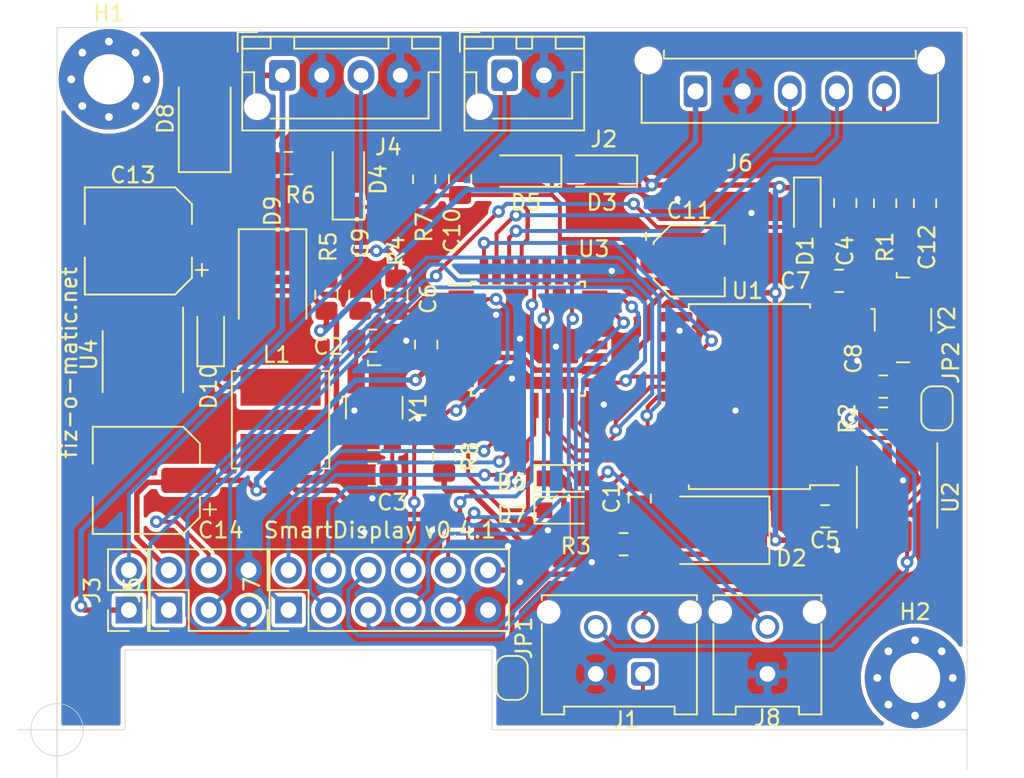
<source format=kicad_pcb>
(kicad_pcb (version 20171130) (host pcbnew "(5.1.12-1-10_14)")
  (layers (0 F.Cu signal) (31 B.Cu signal) (34 B.Paste user) (35 F.Paste user hide) (36 B.SilkS user hide) (37 F.SilkS user) (38 B.Mask user) (39 F.Mask user hide) (44 Edge.Cuts user))
  (net 0 "")
  (net 1 GND)
  (net 2 "Net-(C2-Pad2)")
  (net 3 D5)
  (net 4 D6)
  (net 5 D7)
  (net 6 SCK)
  (net 7 MOSI)
  (net 8 MISO)
  (net 9 +5V)
  (net 10 RESET)
  (net 11 D2)
  (net 12 TXD)
  (net 13 RXD)
  (net 14 SCL)
  (net 15 SDA)
  (net 16 A3)
  (net 17 A2)
  (net 18 A1)
  (net 19 A0)
  (net 20 SS)
  (net 21 D9)
  (net 22 D8)
  (net 23 D4)
  (net 24 D3)
  (net 25 +12V)
  (net 26 "Net-(H1-Pad1)")
  (net 27 "Net-(H2-Pad1)")
  (net 28 "Net-(C3-Pad2)")
  (net 29 "Net-(C7-Pad1)")
  (net 30 "Net-(C8-Pad1)")
  (net 31 "Net-(U1-Pad2)")
  (net 32 "Net-(U1-Pad1)")
  (net 33 INSTR.BEL)
  (net 34 "Net-(R3-Pad2)")
  (net 35 "Net-(C12-Pad1)")
  (net 36 "Net-(C13-Pad1)")
  (net 37 "Net-(D10-Pad1)")
  (net 38 "Net-(J1-Pad1)")
  (net 39 "Net-(J2-Pad1)")
  (net 40 "Net-(JP2-Pad1)")
  (net 41 CANH)
  (net 42 CANL)
  (module Diode_SMD:D_SOD-123 (layer F.Cu) (at 156.846 86.36 180)
    (fp_text reference D5 (at 0 -2) (layer F.SilkS))
    (fp_text value BAT42)
    (pad 2 smd rect (at 1.65 0 180) (size 0.9 1.2) (layers F.Cu F.Paste F.Mask) (net 1 GND))
    (pad 1 smd rect (at -1.65 0 180) (size 0.9 1.2) (layers F.Cu F.Paste F.Mask) (net 16 A3))
  )
  (module Diode_SMD:D_SOD-123 (layer F.Cu) (at 161.67 86.36 180)
    (fp_text reference D3 (at 0 -2) (layer F.SilkS))
    (fp_text value BAT42)
    (pad 2 smd rect (at 1.65 0 180) (size 0.9 1.2) (layers F.Cu F.Paste F.Mask) (net 16 A3))
    (pad 1 smd rect (at -1.65 0 180) (size 0.9 1.2) (layers F.Cu F.Paste F.Mask) (net 9 +5V))
  )
  (module Connector_PinHeader_2.54mm:PinHeader_2x03_P2.54mm_Vertical (layer F.Cu) (at 134.112 114.3 90)
    (fp_text reference J5 (at 1.27 -2.33 90) (layer F.SilkS))
    (fp_text value ISP)
    (pad 6 thru_hole oval (at 2.54 5.08 90) (size 1.7 1.7) (drill 1) (layers *.Cu *.Mask) (net 1 GND))
    (pad 5 thru_hole oval (at 0 5.08 90) (size 1.7 1.7) (drill 1) (layers *.Cu *.Mask) (net 10 RESET))
    (pad 4 thru_hole oval (at 2.54 2.54 90) (size 1.7 1.7) (drill 1) (layers *.Cu *.Mask) (net 7 MOSI))
    (pad 3 thru_hole oval (at 0 2.54 90) (size 1.7 1.7) (drill 1) (layers *.Cu *.Mask) (net 6 SCK))
    (pad 2 thru_hole oval (at 2.54 0 90) (size 1.7 1.7) (drill 1) (layers *.Cu *.Mask) (net 9 +5V))
    (pad 1 thru_hole rect (at 0 0 90) (size 1.7 1.7) (drill 1) (layers *.Cu *.Mask) (net 8 MISO))
  )
  (module Connector_JST:JST_XH_B2B-XH-AM_1x02_P2.50mm_Vertical (layer F.Cu) (at 155.488 80.264)
    (fp_text reference J2 (at 6.31 4.064) (layer F.SilkS))
    (fp_text value KEY)
    (pad "" np_thru_hole circle (at -1.6 2) (size 1.2 1.2) (drill 1.2) (layers *.Cu *.Mask))
    (pad 2 thru_hole oval (at 2.5 0) (size 1.7 2) (drill 1) (layers *.Cu *.Mask) (net 1 GND))
    (pad 1 thru_hole roundrect (at 0 0) (size 1.7 2) (drill 1) (layers *.Cu *.Mask) (roundrect_rratio 0.147059) (net 39 "Net-(J2-Pad1)"))
  )
  (module Connector_JST:JST_XH_B4B-XH-AM_1x04_P2.50mm_Vertical (layer F.Cu) (at 141.344 80.264)
    (fp_text reference J4 (at 6.738 4.572) (layer F.SilkS))
    (fp_text value PWR)
    (pad "" np_thru_hole circle (at -1.6 2) (size 1.2 1.2) (drill 1.2) (layers *.Cu *.Mask))
    (pad 4 thru_hole oval (at 7.5 0) (size 1.7 1.95) (drill 0.95) (layers *.Cu *.Mask) (net 1 GND))
    (pad 3 thru_hole oval (at 5 0) (size 1.7 1.95) (drill 0.95) (layers *.Cu *.Mask) (net 33 INSTR.BEL))
    (pad 2 thru_hole oval (at 2.5 0) (size 1.7 1.95) (drill 0.95) (layers *.Cu *.Mask) (net 1 GND))
    (pad 1 thru_hole roundrect (at 0 0) (size 1.7 1.95) (drill 0.95) (layers *.Cu *.Mask) (roundrect_rratio 0.147059) (net 25 +12V))
  )
  (module Connector_PinHeader_2.54mm:PinHeader_2x01_P2.54mm_Vertical (layer F.Cu) (at 131.572 114.3 90)
    (fp_text reference J3 (at 1.27 -2.33 90) (layer F.SilkS))
    (fp_text value +12V)
    (pad 2 thru_hole oval (at 2.54 0 90) (size 1.7 1.7) (drill 1) (layers *.Cu *.Mask) (net 33 INSTR.BEL))
    (pad 1 thru_hole rect (at 0 0 90) (size 1.7 1.7) (drill 1) (layers *.Cu *.Mask) (net 25 +12V))
  )
  (module Connector_Molex:Molex_Micro-Fit_3.0_43650-0515_1x05_P3.00mm_Vertical (layer F.Cu) (at 167.64 81.28)
    (fp_text reference J6 (at 2.794 4.572) (layer F.SilkS))
    (fp_text value PROG/SERIAL)
    (pad 5 thru_hole oval (at 12 0) (size 1.5 2.02) (drill 1.02) (layers *.Cu *.Mask) (net 35 "Net-(C12-Pad1)"))
    (pad 4 thru_hole oval (at 9 0) (size 1.5 2.02) (drill 1.02) (layers *.Cu *.Mask) (net 13 RXD))
    (pad 3 thru_hole oval (at 6 0) (size 1.5 2.02) (drill 1.02) (layers *.Cu *.Mask) (net 12 TXD))
    (pad 2 thru_hole oval (at 3 0) (size 1.5 2.02) (drill 1.02) (layers *.Cu *.Mask) (net 1 GND))
    (pad 1 thru_hole roundrect (at 0 0) (size 1.5 2.02) (drill 1.02) (layers *.Cu *.Mask) (roundrect_rratio 0.166667) (net 9 +5V))
    (pad "" np_thru_hole circle (at 15 -1.96) (size 1.27 1.27) (drill 1.27) (layers *.Cu *.Mask))
    (pad "" np_thru_hole circle (at -3 -1.96) (size 1.27 1.27) (drill 1.27) (layers *.Cu *.Mask))
  )
  (module Connector_PinHeader_2.54mm:PinHeader_2x06_P2.54mm_Vertical (layer F.Cu) (at 141.732 114.3 90)
    (fp_text reference J7 (at 1.27 -2.33 90) (layer F.SilkS))
    (fp_text value EXT)
    (pad 12 thru_hole oval (at 2.54 12.7 90) (size 1.7 1.7) (drill 1) (layers *.Cu *.Mask) (net 9 +5V))
    (pad 11 thru_hole oval (at 0 12.7 90) (size 1.7 1.7) (drill 1) (layers *.Cu *.Mask) (net 1 GND))
    (pad 10 thru_hole oval (at 2.54 10.16 90) (size 1.7 1.7) (drill 1) (layers *.Cu *.Mask) (net 14 SCL))
    (pad 9 thru_hole oval (at 0 10.16 90) (size 1.7 1.7) (drill 1) (layers *.Cu *.Mask) (net 15 SDA))
    (pad 8 thru_hole oval (at 2.54 7.62 90) (size 1.7 1.7) (drill 1) (layers *.Cu *.Mask) (net 23 D4))
    (pad 7 thru_hole oval (at 0 7.62 90) (size 1.7 1.7) (drill 1) (layers *.Cu *.Mask) (net 17 A2))
    (pad 6 thru_hole oval (at 2.54 5.08 90) (size 1.7 1.7) (drill 1) (layers *.Cu *.Mask) (net 18 A1))
    (pad 5 thru_hole oval (at 0 5.08 90) (size 1.7 1.7) (drill 1) (layers *.Cu *.Mask) (net 19 A0))
    (pad 4 thru_hole oval (at 2.54 2.54 90) (size 1.7 1.7) (drill 1) (layers *.Cu *.Mask) (net 21 D9))
    (pad 3 thru_hole oval (at 0 2.54 90) (size 1.7 1.7) (drill 1) (layers *.Cu *.Mask) (net 22 D8))
    (pad 2 thru_hole oval (at 2.54 0 90) (size 1.7 1.7) (drill 1) (layers *.Cu *.Mask) (net 5 D7))
    (pad 1 thru_hole rect (at 0 0 90) (size 1.7 1.7) (drill 1) (layers *.Cu *.Mask) (net 4 D6))
  )
  (module Package_SO:SOIC-18W_7.5x11.6mm_P1.27mm (layer F.Cu) (at 171.069 100.711 180)
    (fp_text reference U1 (at 0.127 6.731) (layer F.SilkS))
    (fp_text value MCP2515-xSO)
    (pad 18 smd roundrect (at 4.65 -5.08 180) (size 2.05 0.6) (layers F.Cu F.Paste F.Mask) (net 9 +5V))
    (pad 17 smd roundrect (at 4.65 -3.81 180) (size 2.05 0.6) (layers F.Cu F.Paste F.Mask) (net 34 "Net-(R3-Pad2)"))
    (pad 16 smd roundrect (at 4.65 -2.54 180) (size 2.05 0.6) (layers F.Cu F.Paste F.Mask) (net 20 SS))
    (pad 15 smd roundrect (at 4.65 -1.27 180) (size 2.05 0.6) (layers F.Cu F.Paste F.Mask) (net 8 MISO))
    (pad 14 smd roundrect (at 4.65 0 180) (size 2.05 0.6) (layers F.Cu F.Paste F.Mask) (net 7 MOSI))
    (pad 13 smd roundrect (at 4.65 1.27 180) (size 2.05 0.6) (layers F.Cu F.Paste F.Mask) (net 6 SCK))
    (pad 12 smd roundrect (at 4.65 2.54 180) (size 2.05 0.6) (layers F.Cu F.Paste F.Mask) (net 11 D2))
    (pad 11 smd roundrect (at 4.65 3.81 180) (size 2.05 0.6) (layers F.Cu F.Paste F.Mask))
    (pad 10 smd roundrect (at 4.65 5.08 180) (size 2.05 0.6) (layers F.Cu F.Paste F.Mask))
    (pad 9 smd roundrect (at -4.65 5.08 180) (size 2.05 0.6) (layers F.Cu F.Paste F.Mask) (net 1 GND))
    (pad 8 smd roundrect (at -4.65 3.81 180) (size 2.05 0.6) (layers F.Cu F.Paste F.Mask) (net 29 "Net-(C7-Pad1)"))
    (pad 7 smd roundrect (at -4.65 2.54 180) (size 2.05 0.6) (layers F.Cu F.Paste F.Mask) (net 30 "Net-(C8-Pad1)"))
    (pad 6 smd roundrect (at -4.65 1.27 180) (size 2.05 0.6) (layers F.Cu F.Paste F.Mask))
    (pad 5 smd roundrect (at -4.65 0 180) (size 2.05 0.6) (layers F.Cu F.Paste F.Mask))
    (pad 4 smd roundrect (at -4.65 -1.27 180) (size 2.05 0.6) (layers F.Cu F.Paste F.Mask))
    (pad 3 smd roundrect (at -4.65 -2.54 180) (size 2.05 0.6) (layers F.Cu F.Paste F.Mask))
    (pad 2 smd roundrect (at -4.65 -3.81 180) (size 2.05 0.6) (layers F.Cu F.Paste F.Mask) (net 31 "Net-(U1-Pad2)"))
    (pad 1 smd roundrect (at -4.65 -5.08 180) (size 2.05 0.6) (layers F.Cu F.Paste F.Mask) (net 32 "Net-(U1-Pad1)"))
  )
  (module Diode_SMD:D_SMB (layer F.Cu) (at 168.792 109.22 180)
    (fp_text reference D2 (at -4.944 -1.778) (layer F.SilkS))
    (fp_text value SMBJ5.0CA)
    (pad 2 smd rect (at 2.15 0 180) (size 2.5 2.3) (layers F.Cu F.Paste F.Mask) (net 1 GND))
    (pad 1 smd rect (at -2.15 0 180) (size 2.5 2.3) (layers F.Cu F.Paste F.Mask) (net 9 +5V))
  )
  (module Diode_SMD:D_SMA (layer F.Cu) (at 136.398 83.026 90)
    (fp_text reference D8 (at 0 -2.5 90) (layer F.SilkS))
    (fp_text value US1G)
    (pad 2 smd rect (at 2 0 90) (size 2.5 1.8) (layers F.Cu F.Paste F.Mask) (net 25 +12V))
    (pad 1 smd rect (at -2 0 90) (size 2.5 1.8) (layers F.Cu F.Paste F.Mask) (net 36 "Net-(C13-Pad1)"))
  )
  (module Connector_Molex:Molex_Micro-Fit_3.0_43045-0212_2x01_P3.00mm_Vertical (layer F.Cu) (at 172.212 118.364 180)
    (fp_text reference J8 (at 0 -2.794) (layer F.SilkS))
    (fp_text value 1Wire)
    (pad 2 thru_hole circle (at 0 3 180) (size 1.5 1.5) (drill 1) (layers *.Cu *.Mask) (net 3 D5))
    (pad 1 thru_hole roundrect (at 0 0 180) (size 1.5 1.5) (drill 1) (layers *.Cu *.Mask) (roundrect_rratio 0.166667) (net 1 GND))
    (pad "" np_thru_hole circle (at 3 3.94 180) (size 1 1) (drill 1) (layers *.Cu *.Mask))
    (pad "" np_thru_hole circle (at -3 3.94 180) (size 1 1) (drill 1) (layers *.Cu *.Mask))
  )
  (module Diode_SMD:D_SOD-323_HandSoldering (layer F.Cu) (at 159.278 107.95)
    (fp_text reference D7 (at -3.322 0.254) (layer F.SilkS))
    (fp_text value 1N5818)
    (pad 2 smd rect (at 1.25 0) (size 1 1) (layers F.Cu F.Paste F.Mask) (net 1 GND))
    (pad 1 smd rect (at -1.25 0) (size 1 1) (layers F.Cu F.Paste F.Mask) (net 3 D5))
  )
  (module Diode_SMD:D_SOD-323_HandSoldering (layer F.Cu) (at 159.278 105.918)
    (fp_text reference D6 (at -3.322 0.254) (layer F.SilkS))
    (fp_text value 1N5818)
    (pad 2 smd rect (at 1.25 0) (size 1 1) (layers F.Cu F.Paste F.Mask) (net 3 D5))
    (pad 1 smd rect (at -1.25 0) (size 1 1) (layers F.Cu F.Paste F.Mask) (net 9 +5V))
  )
  (module Diode_SMD:D_SOD-323_HandSoldering (layer F.Cu) (at 174.752 88.666 270)
    (fp_text reference D1 (at 2.774 0.127 90) (layer F.SilkS))
    (fp_text value 1N5818)
    (pad 2 smd rect (at 1.25 0 270) (size 1 1) (layers F.Cu F.Paste F.Mask) (net 10 RESET))
    (pad 1 smd rect (at -1.25 0 270) (size 1 1) (layers F.Cu F.Paste F.Mask) (net 9 +5V))
  )
  (module Diode_SMD:D_SOD-323_HandSoldering (layer F.Cu) (at 136.779 96.881 90)
    (fp_text reference D10 (at -3.195 -0.127 90) (layer F.SilkS))
    (fp_text value 1N5819)
    (pad 2 smd rect (at 1.25 0 90) (size 1 1) (layers F.Cu F.Paste F.Mask) (net 1 GND))
    (pad 1 smd rect (at -1.25 0 90) (size 1 1) (layers F.Cu F.Paste F.Mask) (net 37 "Net-(D10-Pad1)"))
  )
  (module Crystal:Crystal_SMD_EuroQuartz_MJ-4Pin_5.0x3.2mm (layer F.Cu) (at 180.841 95.83 270)
    (fp_text reference Y2 (at 0 -2.8 90) (layer F.SilkS))
    (fp_text value 16MHz)
    (pad 4 smd rect (at -1.85 -1.15 270) (size 1.9 1.1) (layers F.Cu F.Paste F.Mask) (net 1 GND))
    (pad 3 smd rect (at 1.85 -1.15 270) (size 1.9 1.1) (layers F.Cu F.Paste F.Mask) (net 30 "Net-(C8-Pad1)"))
    (pad 2 smd rect (at 1.85 1.15 270) (size 1.9 1.1) (layers F.Cu F.Paste F.Mask) (net 1 GND))
    (pad 1 smd rect (at -1.85 1.15 270) (size 1.9 1.1) (layers F.Cu F.Paste F.Mask) (net 29 "Net-(C7-Pad1)"))
  )
  (module Crystal:Crystal_SMD_EuroQuartz_MJ-4Pin_5.0x3.2mm (layer F.Cu) (at 147.186 101.418 270)
    (fp_text reference Y1 (at 0 -2.8 90) (layer F.SilkS))
    (fp_text value 16MHz)
    (pad 4 smd rect (at -1.85 -1.15 270) (size 1.9 1.1) (layers F.Cu F.Paste F.Mask) (net 1 GND))
    (pad 3 smd rect (at 1.85 -1.15 270) (size 1.9 1.1) (layers F.Cu F.Paste F.Mask) (net 28 "Net-(C3-Pad2)"))
    (pad 2 smd rect (at 1.85 1.15 270) (size 1.9 1.1) (layers F.Cu F.Paste F.Mask) (net 1 GND))
    (pad 1 smd rect (at -1.85 1.15 270) (size 1.9 1.1) (layers F.Cu F.Paste F.Mask) (net 2 "Net-(C2-Pad2)"))
  )
  (module Jumper:SolderJumper-2_P1.3mm_Open_RoundedPad1.0x1.5mm (layer F.Cu) (at 155.956 118.618 270)
    (fp_text reference JP1 (at -2.54 -0.762 90) (layer F.SilkS))
    (fp_text value CAN_PWR)
    (pad 2 smd custom (at 0.65 0 270) (size 1 0.5) (layers F.Cu F.Mask) (net 38 "Net-(J1-Pad1)") (options (clearance outline) (anchor rect)) (primitives (gr_circle (center 0 0.25) (end 0.5 0.25) (width 0)) (gr_circle (center 0 -0.25) (end 0.5 -0.25) (width 0)) (gr_poly (pts (xy 0 -0.75) (xy -0.5 -0.75) (xy -0.5 0.75) (xy 0 0.75)) (width 0))))
    (pad 1 smd custom (at -0.65 0 270) (size 1 0.5) (layers F.Cu F.Mask) (net 9 +5V) (options (clearance outline) (anchor rect)) (primitives (gr_circle (center 0 0.25) (end 0.5 0.25) (width 0)) (gr_circle (center 0 -0.25) (end 0.5 -0.25) (width 0)) (gr_poly (pts (xy 0 -0.75) (xy 0.5 -0.75) (xy 0.5 0.75) (xy 0 0.75)) (width 0))))
  )
  (module Resistor_SMD:R_0805_2012Metric_Pad1.15x1.40mm_HandSolder (layer F.Cu) (at 150.368 86.877 90)
    (fp_text reference R7 (at -3.057 0 90) (layer F.SilkS))
    (fp_text value 4.7k)
    (pad 2 smd roundrect (at 1.025 0 90) (size 1.15 1.4) (layers F.Cu F.Paste F.Mask) (roundrect_rratio 0.217391) (net 1 GND))
    (pad 1 smd roundrect (at -1.025 0 90) (size 1.15 1.4) (layers F.Cu F.Paste F.Mask) (roundrect_rratio 0.217391) (net 16 A3))
  )
  (module Resistor_SMD:R_0805_2012Metric_Pad1.15x1.40mm_HandSolder (layer F.Cu) (at 141.723 85.852 180)
    (fp_text reference R6 (at -0.771 -2.032) (layer F.SilkS))
    (fp_text value 15k)
    (pad 2 smd roundrect (at 1.025 0 180) (size 1.15 1.4) (layers F.Cu F.Paste F.Mask) (roundrect_rratio 0.217391) (net 25 +12V))
    (pad 1 smd roundrect (at -1.025 0 180) (size 1.15 1.4) (layers F.Cu F.Paste F.Mask) (roundrect_rratio 0.217391) (net 16 A3))
  )
  (module Diode_SMD:D_MiniMELF (layer F.Cu) (at 145.542 86.896 90)
    (fp_text reference D4 (at 0 1.905 90) (layer F.SilkS))
    (fp_text value BZV55-C12)
    (pad 2 smd rect (at 1.75 0 90) (size 1.3 1.7) (layers F.Cu F.Paste F.Mask) (net 1 GND))
    (pad 1 smd rect (at -1.75 0 90) (size 1.3 1.7) (layers F.Cu F.Paste F.Mask) (net 16 A3))
  )
  (module Capacitor_SMD:CP_Elec_4x3.9 (layer F.Cu) (at 167.237 92.075)
    (fp_text reference C11 (at 0 -3.2) (layer F.SilkS))
    (fp_text value 22u)
    (pad 2 smd roundrect (at 1.8 0) (size 2.6 1.6) (layers F.Cu F.Paste F.Mask) (roundrect_rratio 0.15625) (net 1 GND))
    (pad 1 smd roundrect (at -1.8 0) (size 2.6 1.6) (layers F.Cu F.Paste F.Mask) (roundrect_rratio 0.15625) (net 16 A3))
  )
  (module Capacitor_SMD:C_0805_2012Metric_Pad1.15x1.40mm_HandSolder (layer F.Cu) (at 152.654 86.859 90)
    (fp_text reference C10 (at -3.293 -0.508 90) (layer F.SilkS))
    (fp_text value 100n)
    (pad 2 smd roundrect (at 1.025 0 90) (size 1.15 1.4) (layers F.Cu F.Paste F.Mask) (roundrect_rratio 0.217391) (net 1 GND))
    (pad 1 smd roundrect (at -1.025 0 90) (size 1.15 1.4) (layers F.Cu F.Paste F.Mask) (roundrect_rratio 0.217391) (net 16 A3))
  )
  (module Package_SO:SOIC-8_3.9x4.9mm_P1.27mm (layer F.Cu) (at 132.461 98.49 270)
    (fp_text reference U4 (at -0.446 3.429 90) (layer F.SilkS))
    (fp_text value LM2594HVM-5.0)
    (pad 8 smd roundrect (at 2.475 -1.905 270) (size 1.95 0.6) (layers F.Cu F.Paste F.Mask) (net 37 "Net-(D10-Pad1)"))
    (pad 7 smd roundrect (at 2.475 -0.635 270) (size 1.95 0.6) (layers F.Cu F.Paste F.Mask) (net 36 "Net-(C13-Pad1)"))
    (pad 6 smd roundrect (at 2.475 0.635 270) (size 1.95 0.6) (layers F.Cu F.Paste F.Mask) (net 1 GND))
    (pad 5 smd roundrect (at 2.475 1.905 270) (size 1.95 0.6) (layers F.Cu F.Paste F.Mask) (net 1 GND))
    (pad 4 smd roundrect (at -2.475 1.905 270) (size 1.95 0.6) (layers F.Cu F.Paste F.Mask) (net 9 +5V))
    (pad 3 smd roundrect (at -2.475 0.635 270) (size 1.95 0.6) (layers F.Cu F.Paste F.Mask) (net 1 GND))
    (pad 2 smd roundrect (at -2.475 -0.635 270) (size 1.95 0.6) (layers F.Cu F.Paste F.Mask) (net 1 GND))
    (pad 1 smd roundrect (at -2.475 -1.905 270) (size 1.95 0.6) (layers F.Cu F.Paste F.Mask) (net 1 GND))
  )
  (module Inductor_SMD:L_Bourns_SRN6045TA (layer F.Cu) (at 141.224 102.192 270)
    (fp_text reference L1 (at -4.148 0.254 180) (layer F.SilkS))
    (fp_text value 100u)
    (pad 2 smd rect (at 2.075 0 270) (size 2.35 5.1) (layers F.Cu F.Paste F.Mask) (net 9 +5V))
    (pad 1 smd rect (at -2.075 0 270) (size 2.35 5.1) (layers F.Cu F.Paste F.Mask) (net 37 "Net-(D10-Pad1)"))
  )
  (module Diode_SMD:D_SMB (layer F.Cu) (at 140.716 93.608 270)
    (fp_text reference D9 (at -4.708 0 90) (layer F.SilkS))
    (fp_text value SMBJ15CA)
    (pad 2 smd rect (at 2.15 0 270) (size 2.5 2.3) (layers F.Cu F.Paste F.Mask) (net 1 GND))
    (pad 1 smd rect (at -2.15 0 270) (size 2.5 2.3) (layers F.Cu F.Paste F.Mask) (net 36 "Net-(C13-Pad1)"))
  )
  (module Capacitor_SMD:CP_Elec_6.3x7.7 (layer F.Cu) (at 132.682 106.045 180)
    (fp_text reference C14 (at -4.732 -3.175) (layer F.SilkS))
    (fp_text value 120u)
    (pad 2 smd roundrect (at 2.7 0 180) (size 3.5 1.6) (layers F.Cu F.Paste F.Mask) (roundrect_rratio 0.15625) (net 1 GND))
    (pad 1 smd roundrect (at -2.7 0 180) (size 3.5 1.6) (layers F.Cu F.Paste F.Mask) (roundrect_rratio 0.15625) (net 9 +5V))
  )
  (module Capacitor_SMD:CP_Elec_6.3x7.7 (layer F.Cu) (at 132.174 90.805 180)
    (fp_text reference C13 (at 0.348 4.191) (layer F.SilkS))
    (fp_text value 86u)
    (pad 2 smd roundrect (at 2.7 0 180) (size 3.5 1.6) (layers F.Cu F.Paste F.Mask) (roundrect_rratio 0.15625) (net 1 GND))
    (pad 1 smd roundrect (at -2.7 0 180) (size 3.5 1.6) (layers F.Cu F.Paste F.Mask) (roundrect_rratio 0.15625) (net 36 "Net-(C13-Pad1)"))
  )
  (module Capacitor_SMD:C_0805_2012Metric_Pad1.15x1.40mm_HandSolder (layer F.Cu) (at 177.165 88.383 270)
    (fp_text reference C4 (at 3.057 0 90) (layer F.SilkS))
    (fp_text value 4.7nF)
    (pad 2 smd roundrect (at 1.025 0 270) (size 1.15 1.4) (layers F.Cu F.Paste F.Mask) (roundrect_rratio 0.217391) (net 10 RESET))
    (pad 1 smd roundrect (at -1.025 0 270) (size 1.15 1.4) (layers F.Cu F.Paste F.Mask) (roundrect_rratio 0.217391) (net 1 GND))
  )
  (module Resistor_SMD:R_0805_2012Metric_Pad1.15x1.40mm_HandSolder (layer F.Cu) (at 144.145 94.225 270)
    (fp_text reference R5 (at -3.039 -0.127 90) (layer F.SilkS))
    (fp_text value 1k)
    (pad 2 smd roundrect (at 1.025 0 270) (size 1.15 1.4) (layers F.Cu F.Paste F.Mask) (roundrect_rratio 0.217391) (net 9 +5V))
    (pad 1 smd roundrect (at -1.025 0 270) (size 1.15 1.4) (layers F.Cu F.Paste F.Mask) (roundrect_rratio 0.217391) (net 39 "Net-(J2-Pad1)"))
  )
  (module Resistor_SMD:R_0805_2012Metric_Pad1.15x1.40mm_HandSolder (layer F.Cu) (at 148.59 94.225 270)
    (fp_text reference R4 (at -2.785 0 90) (layer F.SilkS))
    (fp_text value 10k)
    (pad 2 smd roundrect (at 1.025 0 270) (size 1.15 1.4) (layers F.Cu F.Paste F.Mask) (roundrect_rratio 0.217391) (net 24 D3))
    (pad 1 smd roundrect (at -1.025 0 270) (size 1.15 1.4) (layers F.Cu F.Paste F.Mask) (roundrect_rratio 0.217391) (net 39 "Net-(J2-Pad1)"))
  )
  (module Capacitor_SMD:C_0805_2012Metric_Pad1.15x1.40mm_HandSolder (layer F.Cu) (at 146.304 94.225 90)
    (fp_text reference C9 (at 3.293 0 90) (layer F.SilkS))
    (fp_text value 100n)
    (pad 2 smd roundrect (at 1.025 0 90) (size 1.15 1.4) (layers F.Cu F.Paste F.Mask) (roundrect_rratio 0.217391) (net 1 GND))
    (pad 1 smd roundrect (at -1.025 0 90) (size 1.15 1.4) (layers F.Cu F.Paste F.Mask) (roundrect_rratio 0.217391) (net 24 D3))
  )
  (module MountingHole:MountingHole_3.2mm_M3_Pad_Via (layer F.Cu) (at 181.61 118.618)
    (fp_text reference H2 (at 0 -4.2) (layer F.SilkS))
    (fp_text value MountingHole_Pad)
    (pad 1 thru_hole circle (at 1.697056 -1.697056) (size 0.8 0.8) (drill 0.5) (layers *.Cu *.Mask) (net 27 "Net-(H2-Pad1)"))
    (pad 1 thru_hole circle (at 0 -2.4) (size 0.8 0.8) (drill 0.5) (layers *.Cu *.Mask) (net 27 "Net-(H2-Pad1)"))
    (pad 1 thru_hole circle (at -1.697056 -1.697056) (size 0.8 0.8) (drill 0.5) (layers *.Cu *.Mask) (net 27 "Net-(H2-Pad1)"))
    (pad 1 thru_hole circle (at -2.4 0) (size 0.8 0.8) (drill 0.5) (layers *.Cu *.Mask) (net 27 "Net-(H2-Pad1)"))
    (pad 1 thru_hole circle (at -1.697056 1.697056) (size 0.8 0.8) (drill 0.5) (layers *.Cu *.Mask) (net 27 "Net-(H2-Pad1)"))
    (pad 1 thru_hole circle (at 0 2.4) (size 0.8 0.8) (drill 0.5) (layers *.Cu *.Mask) (net 27 "Net-(H2-Pad1)"))
    (pad 1 thru_hole circle (at 1.697056 1.697056) (size 0.8 0.8) (drill 0.5) (layers *.Cu *.Mask) (net 27 "Net-(H2-Pad1)"))
    (pad 1 thru_hole circle (at 2.4 0) (size 0.8 0.8) (drill 0.5) (layers *.Cu *.Mask) (net 27 "Net-(H2-Pad1)"))
    (pad 1 thru_hole circle (at 0 0) (size 6.4 6.4) (drill 3.2) (layers *.Cu *.Mask) (net 27 "Net-(H2-Pad1)"))
  )
  (module MountingHole:MountingHole_3.2mm_M3_Pad_Via (layer F.Cu) (at 130.302 80.518)
    (fp_text reference H1 (at 0 -4.2) (layer F.SilkS))
    (fp_text value MountingHole_Pad)
    (pad 1 thru_hole circle (at 1.697056 -1.697056) (size 0.8 0.8) (drill 0.5) (layers *.Cu *.Mask) (net 26 "Net-(H1-Pad1)"))
    (pad 1 thru_hole circle (at 0 -2.4) (size 0.8 0.8) (drill 0.5) (layers *.Cu *.Mask) (net 26 "Net-(H1-Pad1)"))
    (pad 1 thru_hole circle (at -1.697056 -1.697056) (size 0.8 0.8) (drill 0.5) (layers *.Cu *.Mask) (net 26 "Net-(H1-Pad1)"))
    (pad 1 thru_hole circle (at -2.4 0) (size 0.8 0.8) (drill 0.5) (layers *.Cu *.Mask) (net 26 "Net-(H1-Pad1)"))
    (pad 1 thru_hole circle (at -1.697056 1.697056) (size 0.8 0.8) (drill 0.5) (layers *.Cu *.Mask) (net 26 "Net-(H1-Pad1)"))
    (pad 1 thru_hole circle (at 0 2.4) (size 0.8 0.8) (drill 0.5) (layers *.Cu *.Mask) (net 26 "Net-(H1-Pad1)"))
    (pad 1 thru_hole circle (at 1.697056 1.697056) (size 0.8 0.8) (drill 0.5) (layers *.Cu *.Mask) (net 26 "Net-(H1-Pad1)"))
    (pad 1 thru_hole circle (at 2.4 0) (size 0.8 0.8) (drill 0.5) (layers *.Cu *.Mask) (net 26 "Net-(H1-Pad1)"))
    (pad 1 thru_hole circle (at 0 0) (size 6.4 6.4) (drill 3.2) (layers *.Cu *.Mask) (net 26 "Net-(H1-Pad1)"))
  )
  (module Package_SO:SOIC-8_3.9x4.9mm_P1.27mm (layer F.Cu) (at 180.467 107.123 270)
    (fp_text reference U2 (at 0 -3.4 90) (layer F.SilkS))
    (fp_text value MCP2562-E-SN)
    (pad 8 smd roundrect (at 2.475 -1.905 270) (size 1.95 0.6) (layers F.Cu F.Paste F.Mask) (net 1 GND))
    (pad 7 smd roundrect (at 2.475 -0.635 270) (size 1.95 0.6) (layers F.Cu F.Paste F.Mask) (net 41 CANH))
    (pad 6 smd roundrect (at 2.475 0.635 270) (size 1.95 0.6) (layers F.Cu F.Paste F.Mask) (net 42 CANL))
    (pad 5 smd roundrect (at 2.475 1.905 270) (size 1.95 0.6) (layers F.Cu F.Paste F.Mask) (net 9 +5V))
    (pad 4 smd roundrect (at -2.475 1.905 270) (size 1.95 0.6) (layers F.Cu F.Paste F.Mask) (net 31 "Net-(U1-Pad2)"))
    (pad 3 smd roundrect (at -2.475 0.635 270) (size 1.95 0.6) (layers F.Cu F.Paste F.Mask) (net 9 +5V))
    (pad 2 smd roundrect (at -2.475 -0.635 270) (size 1.95 0.6) (layers F.Cu F.Paste F.Mask) (net 1 GND))
    (pad 1 smd roundrect (at -2.475 -1.905 270) (size 1.95 0.6) (layers F.Cu F.Paste F.Mask) (net 32 "Net-(U1-Pad1)"))
  )
  (module Resistor_SMD:R_0805_2012Metric_Pad1.15x1.40mm_HandSolder (layer F.Cu) (at 163.059 110.109 180)
    (fp_text reference R3 (at 3.039 -0.127) (layer F.SilkS))
    (fp_text value 10k)
    (pad 2 smd roundrect (at 1.025 0 180) (size 1.15 1.4) (layers F.Cu F.Paste F.Mask) (roundrect_rratio 0.217391) (net 34 "Net-(R3-Pad2)"))
    (pad 1 smd roundrect (at -1.025 0 180) (size 1.15 1.4) (layers F.Cu F.Paste F.Mask) (roundrect_rratio 0.217391) (net 9 +5V))
  )
  (module Connector_Molex:Molex_Micro-Fit_3.0_43045-0412_2x02_P3.00mm_Vertical (layer F.Cu) (at 164.29 118.364 180)
    (fp_text reference J1 (at 1.095 -2.921) (layer F.SilkS))
    (fp_text value CAN)
    (pad 4 thru_hole circle (at 3 3 180) (size 1.5 1.5) (drill 1) (layers *.Cu *.Mask) (net 41 CANH))
    (pad 3 thru_hole circle (at 0 3 180) (size 1.5 1.5) (drill 1) (layers *.Cu *.Mask) (net 42 CANL))
    (pad 2 thru_hole circle (at 3 0 180) (size 1.5 1.5) (drill 1) (layers *.Cu *.Mask) (net 1 GND))
    (pad 1 thru_hole roundrect (at 0 0 180) (size 1.5 1.5) (drill 1) (layers *.Cu *.Mask) (roundrect_rratio 0.166667) (net 38 "Net-(J1-Pad1)"))
    (pad "" np_thru_hole circle (at 6 3.94 180) (size 1 1) (drill 1) (layers *.Cu *.Mask))
    (pad "" np_thru_hole circle (at -3 3.94 180) (size 1 1) (drill 1) (layers *.Cu *.Mask))
  )
  (module Resistor_SMD:R_0805_2012Metric_Pad1.15x1.40mm_HandSolder (layer F.Cu) (at 151.638 104.53 270)
    (fp_text reference R8 (at 0 -1.65 90) (layer F.SilkS))
    (fp_text value 4,7k)
    (pad 2 smd roundrect (at 1.025 0 270) (size 1.15 1.4) (layers F.Cu F.Paste F.Mask) (roundrect_rratio 0.217391) (net 9 +5V))
    (pad 1 smd roundrect (at -1.025 0 270) (size 1.15 1.4) (layers F.Cu F.Paste F.Mask) (roundrect_rratio 0.217391) (net 3 D5))
  )
  (module Package_QFP:TQFP-32_7x7mm_P0.8mm (layer F.Cu) (at 156.972 97.028)
    (fp_text reference U3 (at 4.191 -5.715) (layer F.SilkS))
    (fp_text value ATmega328P-AU)
    (pad 32 smd rect (at -2.8 -4.25 90) (size 1.6 0.55) (layers F.Cu F.Paste F.Mask) (net 11 D2))
    (pad 31 smd rect (at -2 -4.25 90) (size 1.6 0.55) (layers F.Cu F.Paste F.Mask) (net 12 TXD))
    (pad 30 smd rect (at -1.2 -4.25 90) (size 1.6 0.55) (layers F.Cu F.Paste F.Mask) (net 13 RXD))
    (pad 29 smd rect (at -0.4 -4.25 90) (size 1.6 0.55) (layers F.Cu F.Paste F.Mask) (net 10 RESET))
    (pad 28 smd rect (at 0.4 -4.25 90) (size 1.6 0.55) (layers F.Cu F.Paste F.Mask) (net 14 SCL))
    (pad 27 smd rect (at 1.2 -4.25 90) (size 1.6 0.55) (layers F.Cu F.Paste F.Mask) (net 15 SDA))
    (pad 26 smd rect (at 2 -4.25 90) (size 1.6 0.55) (layers F.Cu F.Paste F.Mask) (net 16 A3))
    (pad 25 smd rect (at 2.8 -4.25 90) (size 1.6 0.55) (layers F.Cu F.Paste F.Mask) (net 17 A2))
    (pad 24 smd rect (at 4.25 -2.8) (size 1.6 0.55) (layers F.Cu F.Paste F.Mask) (net 18 A1))
    (pad 23 smd rect (at 4.25 -2) (size 1.6 0.55) (layers F.Cu F.Paste F.Mask) (net 19 A0))
    (pad 22 smd rect (at 4.25 -1.2) (size 1.6 0.55) (layers F.Cu F.Paste F.Mask))
    (pad 21 smd rect (at 4.25 -0.4) (size 1.6 0.55) (layers F.Cu F.Paste F.Mask) (net 1 GND))
    (pad 20 smd rect (at 4.25 0.4) (size 1.6 0.55) (layers F.Cu F.Paste F.Mask))
    (pad 19 smd rect (at 4.25 1.2) (size 1.6 0.55) (layers F.Cu F.Paste F.Mask))
    (pad 18 smd rect (at 4.25 2) (size 1.6 0.55) (layers F.Cu F.Paste F.Mask) (net 9 +5V))
    (pad 17 smd rect (at 4.25 2.8) (size 1.6 0.55) (layers F.Cu F.Paste F.Mask) (net 6 SCK))
    (pad 16 smd rect (at 2.8 4.25 90) (size 1.6 0.55) (layers F.Cu F.Paste F.Mask) (net 8 MISO))
    (pad 15 smd rect (at 2 4.25 90) (size 1.6 0.55) (layers F.Cu F.Paste F.Mask) (net 7 MOSI))
    (pad 14 smd rect (at 1.2 4.25 90) (size 1.6 0.55) (layers F.Cu F.Paste F.Mask) (net 20 SS))
    (pad 13 smd rect (at 0.4 4.25 90) (size 1.6 0.55) (layers F.Cu F.Paste F.Mask) (net 21 D9))
    (pad 12 smd rect (at -0.4 4.25 90) (size 1.6 0.55) (layers F.Cu F.Paste F.Mask) (net 22 D8))
    (pad 11 smd rect (at -1.2 4.25 90) (size 1.6 0.55) (layers F.Cu F.Paste F.Mask) (net 5 D7))
    (pad 10 smd rect (at -2 4.25 90) (size 1.6 0.55) (layers F.Cu F.Paste F.Mask) (net 4 D6))
    (pad 9 smd rect (at -2.8 4.25 90) (size 1.6 0.55) (layers F.Cu F.Paste F.Mask) (net 3 D5))
    (pad 8 smd rect (at -4.25 2.8) (size 1.6 0.55) (layers F.Cu F.Paste F.Mask) (net 28 "Net-(C3-Pad2)"))
    (pad 7 smd rect (at -4.25 2) (size 1.6 0.55) (layers F.Cu F.Paste F.Mask) (net 2 "Net-(C2-Pad2)"))
    (pad 6 smd rect (at -4.25 1.2) (size 1.6 0.55) (layers F.Cu F.Paste F.Mask) (net 9 +5V))
    (pad 5 smd rect (at -4.25 0.4) (size 1.6 0.55) (layers F.Cu F.Paste F.Mask) (net 1 GND))
    (pad 4 smd rect (at -4.25 -0.4) (size 1.6 0.55) (layers F.Cu F.Paste F.Mask) (net 9 +5V))
    (pad 3 smd rect (at -4.25 -1.2) (size 1.6 0.55) (layers F.Cu F.Paste F.Mask) (net 1 GND))
    (pad 2 smd rect (at -4.25 -2) (size 1.6 0.55) (layers F.Cu F.Paste F.Mask) (net 23 D4))
    (pad 1 smd rect (at -4.25 -2.8) (size 1.6 0.55) (layers F.Cu F.Paste F.Mask) (net 24 D3))
  )
  (module Capacitor_SMD:C_0805_2012Metric_Pad1.15x1.40mm_HandSolder (layer F.Cu) (at 175.886 108.331)
    (fp_text reference C5 (at -0.009 1.524) (layer F.SilkS))
    (fp_text value 100n)
    (pad 2 smd roundrect (at 1.025 0) (size 1.15 1.4) (layers F.Cu F.Paste F.Mask) (roundrect_rratio 0.217391) (net 9 +5V))
    (pad 1 smd roundrect (at -1.025 0) (size 1.15 1.4) (layers F.Cu F.Paste F.Mask) (roundrect_rratio 0.217391) (net 1 GND))
  )
  (module Capacitor_SMD:C_0805_2012Metric_Pad1.15x1.40mm_HandSolder (layer F.Cu) (at 164.084 107.197 90)
    (fp_text reference C1 (at 0.009 -1.778 90) (layer F.SilkS))
    (fp_text value 100n)
    (pad 2 smd roundrect (at 1.025 0 90) (size 1.15 1.4) (layers F.Cu F.Paste F.Mask) (roundrect_rratio 0.217391) (net 9 +5V))
    (pad 1 smd roundrect (at -1.025 0 90) (size 1.15 1.4) (layers F.Cu F.Paste F.Mask) (roundrect_rratio 0.217391) (net 1 GND))
  )
  (module Capacitor_SMD:C_0805_2012Metric_Pad1.15x1.40mm_HandSolder (layer F.Cu) (at 150.495 97.4 90)
    (fp_text reference C6 (at 2.912 0.127 90) (layer F.SilkS))
    (fp_text value 100n)
    (pad 2 smd roundrect (at 1.025 0 90) (size 1.15 1.4) (layers F.Cu F.Paste F.Mask) (roundrect_rratio 0.217391) (net 1 GND))
    (pad 1 smd roundrect (at -1.025 0 90) (size 1.15 1.4) (layers F.Cu F.Paste F.Mask) (roundrect_rratio 0.217391) (net 9 +5V))
  )
  (module Capacitor_SMD:C_0805_2012Metric_Pad1.15x1.40mm_HandSolder (layer F.Cu) (at 182.245 88.401 270)
    (fp_text reference C12 (at 2.803 -0.127 90) (layer F.SilkS))
    (fp_text value 100n)
    (pad 2 smd roundrect (at 1.025 0 270) (size 1.15 1.4) (layers F.Cu F.Paste F.Mask) (roundrect_rratio 0.217391) (net 10 RESET))
    (pad 1 smd roundrect (at -1.025 0 270) (size 1.15 1.4) (layers F.Cu F.Paste F.Mask) (roundrect_rratio 0.217391) (net 35 "Net-(C12-Pad1)"))
  )
  (module Resistor_SMD:R_0805_2012Metric_Pad1.15x1.40mm_HandSolder (layer F.Cu) (at 179.587 102.108 180)
    (fp_text reference R2 (at 2.295 0 90) (layer F.SilkS))
    (fp_text value 120)
    (pad 2 smd roundrect (at 1.025 0 180) (size 1.15 1.4) (layers F.Cu F.Paste F.Mask) (roundrect_rratio 0.217391) (net 41 CANH))
    (pad 1 smd roundrect (at -1.025 0 180) (size 1.15 1.4) (layers F.Cu F.Paste F.Mask) (roundrect_rratio 0.217391) (net 40 "Net-(JP2-Pad1)"))
  )
  (module Resistor_SMD:R_0805_2012Metric_Pad1.15x1.40mm_HandSolder (layer F.Cu) (at 179.705 88.401 270)
    (fp_text reference R1 (at 2.803 0 90) (layer F.SilkS))
    (fp_text value 10k)
    (pad 2 smd roundrect (at 1.025 0 270) (size 1.15 1.4) (layers F.Cu F.Paste F.Mask) (roundrect_rratio 0.217391) (net 10 RESET))
    (pad 1 smd roundrect (at -1.025 0 270) (size 1.15 1.4) (layers F.Cu F.Paste F.Mask) (roundrect_rratio 0.217391) (net 9 +5V))
  )
  (module Jumper:SolderJumper-2_P1.3mm_Open_RoundedPad1.0x1.5mm (layer F.Cu) (at 183.007 101.458 270)
    (fp_text reference JP2 (at -2.906 -0.889 90) (layer F.SilkS))
    (fp_text value Jumper_NC_Small)
    (pad 2 smd custom (at 0.65 0 270) (size 1 0.5) (layers F.Cu F.Mask) (net 42 CANL) (options (clearance outline) (anchor rect)) (primitives (gr_circle (center 0 0.25) (end 0.5 0.25) (width 0)) (gr_circle (center 0 -0.25) (end 0.5 -0.25) (width 0)) (gr_poly (pts (xy 0 -0.75) (xy -0.5 -0.75) (xy -0.5 0.75) (xy 0 0.75)) (width 0))))
    (pad 1 smd custom (at -0.65 0 270) (size 1 0.5) (layers F.Cu F.Mask) (net 40 "Net-(JP2-Pad1)") (options (clearance outline) (anchor rect)) (primitives (gr_circle (center 0 0.25) (end 0.5 0.25) (width 0)) (gr_circle (center 0 -0.25) (end 0.5 -0.25) (width 0)) (gr_poly (pts (xy 0 -0.75) (xy 0.5 -0.75) (xy 0.5 0.75) (xy 0 0.75)) (width 0))))
  )
  (module Capacitor_SMD:C_0805_2012Metric_Pad1.15x1.40mm_HandSolder (layer F.Cu) (at 179.587 100.076 180)
    (fp_text reference C8 (at 1.896 1.778 90) (layer F.SilkS))
    (fp_text value 22p)
    (pad 2 smd roundrect (at 1.025 0 180) (size 1.15 1.4) (layers F.Cu F.Paste F.Mask) (roundrect_rratio 0.217391) (net 1 GND))
    (pad 1 smd roundrect (at -1.025 0 180) (size 1.15 1.4) (layers F.Cu F.Paste F.Mask) (roundrect_rratio 0.217391) (net 30 "Net-(C8-Pad1)"))
  )
  (module Capacitor_SMD:C_0805_2012Metric_Pad1.15x1.40mm_HandSolder (layer F.Cu) (at 176.775 93.345 180)
    (fp_text reference C7 (at 2.785 0) (layer F.SilkS))
    (fp_text value 22p)
    (pad 2 smd roundrect (at 1.025 0 180) (size 1.15 1.4) (layers F.Cu F.Paste F.Mask) (roundrect_rratio 0.217391) (net 1 GND))
    (pad 1 smd roundrect (at -1.025 0 180) (size 1.15 1.4) (layers F.Cu F.Paste F.Mask) (roundrect_rratio 0.217391) (net 29 "Net-(C7-Pad1)"))
  )
  (module Capacitor_SMD:C_0805_2012Metric_Pad1.15x1.40mm_HandSolder (layer F.Cu) (at 147.075 105.682)
    (fp_text reference C3 (at 1.261 1.76) (layer F.SilkS))
    (fp_text value 22p)
    (pad 2 smd roundrect (at 1.025 0) (size 1.15 1.4) (layers F.Cu F.Paste F.Mask) (roundrect_rratio 0.217391) (net 28 "Net-(C3-Pad2)"))
    (pad 1 smd roundrect (at -1.025 0) (size 1.15 1.4) (layers F.Cu F.Paste F.Mask) (roundrect_rratio 0.217391) (net 1 GND))
  )
  (module Capacitor_SMD:C_0805_2012Metric_Pad1.15x1.40mm_HandSolder (layer F.Cu) (at 147.075 97.155 180)
    (fp_text reference C2 (at 2.803 -0.381) (layer F.SilkS))
    (fp_text value 22p)
    (pad 2 smd roundrect (at 1.025 0 180) (size 1.15 1.4) (layers F.Cu F.Paste F.Mask) (roundrect_rratio 0.217391) (net 2 "Net-(C2-Pad2)"))
    (pad 1 smd roundrect (at -1.025 0 180) (size 1.15 1.4) (layers F.Cu F.Paste F.Mask) (roundrect_rratio 0.217391) (net 1 GND))
  )
  (gr_text SmartDisplay (at 145.034 109.22) (layer F.SilkS) (effects (font (size 1 1))))
  (gr_text fiz-o-matic.net (at 127.762 98.552 90) (layer F.SilkS) (effects (font (size 1 1))))
  (gr_text v0.4.1 (at 152.654 109.22) (layer F.SilkS) (effects (font (size 1 1))))
  (gr_line (start 131.318 116.84) (end 154.686 116.84) (layer Edge.Cuts) (width 0.05))
  (target plus (at 127 121.92) (size 5) (width 0.05) (layer Edge.Cuts))
  (gr_line (start 154.686 121.92) (end 184.912 121.92) (layer Edge.Cuts) (width 0.05))
  (gr_line (start 154.686 116.84) (end 154.686 121.92) (layer Edge.Cuts) (width 0.05))
  (gr_line (start 131.318 121.92) (end 131.318 116.84) (layer Edge.Cuts) (width 0.05))
  (gr_line (start 127 121.92) (end 131.318 121.92) (layer Edge.Cuts) (width 0.05))
  (gr_line (start 184.912 77.216) (end 127 77.216) (layer Edge.Cuts) (width 0.05))
  (gr_line (start 184.912 124.46) (end 184.912 77.216) (layer Edge.Cuts) (width 0.05))
  (gr_line (start 127 77.216) (end 127 124.968) (layer Edge.Cuts) (width 0.05))
  (via (at 154.94 95.504) (size 0.8) (drill 0.4) (layers F.Cu B.Cu) (net 1))
  (via (at 170.18 101.6) (size 0.8) (drill 0.4) (layers F.Cu B.Cu) (net 1))
  (via (at 149.225 97.155) (size 0.8) (drill 0.4) (layers F.Cu B.Cu) (net 1))
  (via (at 156.464 97.028) (size 0.8) (drill 0.4) (layers F.Cu B.Cu) (net 1))
  (via (at 155.956 99.568) (size 0.8) (drill 0.4) (layers F.Cu B.Cu) (net 1))
  (via (at 158.242 109.22) (size 0.8) (drill 0.4) (layers F.Cu B.Cu) (net 1))
  (via (at 166.624 96.52) (size 0.8) (drill 0.4) (layers F.Cu B.Cu) (net 1))
  (via (at 180.848 106.045) (size 0.8) (drill 0.4) (layers F.Cu B.Cu) (net 1))
  (via (at 145.923 101.6) (size 0.8) (drill 0.4) (layers F.Cu B.Cu) (net 1))
  (via (at 161.036 111.252) (size 0.8) (drill 0.4) (layers F.Cu B.Cu) (net 1))
  (via (at 177.927 98.425) (size 0.8) (drill 0.4) (layers F.Cu B.Cu) (net 1))
  (via (at 161.798 101.219) (size 0.8) (drill 0.4) (layers F.Cu B.Cu) (net 1))
  (via (at 149.987 102.108) (size 0.8) (drill 0.4) (layers F.Cu B.Cu) (net 1))
  (via (at 166.497 88.138) (size 0.8) (drill 0.4) (layers F.Cu B.Cu) (net 1))
  (via (at 171.196 89.027) (size 0.8) (drill 0.4) (layers F.Cu B.Cu) (net 1))
  (via (at 176.657 110.49) (size 0.8) (drill 0.4) (layers F.Cu B.Cu) (net 1))
  (via (at 146.558 109.347) (size 0.8) (drill 0.4) (layers F.Cu B.Cu) (net 1))
  (via (at 147.066 107.188) (size 0.8) (drill 0.4) (layers F.Cu B.Cu) (net 1))
  (via (at 156.464 112.522) (size 0.8) (drill 0.4) (layers F.Cu B.Cu) (net 1))
  (via (at 155.702 110.236) (size 0.8) (drill 0.4) (layers F.Cu B.Cu) (net 1))
  (via (at 150.876 109.22) (size 0.8) (drill 0.4) (layers F.Cu B.Cu) (net 1))
  (via (at 158.75 97.536) (size 0.8) (drill 0.4) (layers F.Cu B.Cu) (net 1))
  (via (at 162.306 92.71) (size 0.8) (drill 0.4) (layers F.Cu B.Cu) (net 1))
  (segment (start 149.856999 100.843001) (end 146.563001 100.843001) (width 0.25) (layer F.Cu) (net 2))
  (segment (start 151.672 99.028) (end 149.856999 100.843001) (width 0.25) (layer F.Cu) (net 2))
  (segment (start 152.722 99.028) (end 151.672 99.028) (width 0.25) (layer F.Cu) (net 2))
  (segment (start 146.036 100.316) (end 146.036 99.568) (width 0.25) (layer F.Cu) (net 2))
  (segment (start 146.563001 100.843001) (end 146.036 100.316) (width 0.25) (layer F.Cu) (net 2))
  (segment (start 146.036 97.169) (end 146.05 97.155) (width 0.25) (layer F.Cu) (net 2))
  (segment (start 146.036 99.568) (end 146.036 97.169) (width 0.25) (layer F.Cu) (net 2))
  (via (at 162.052 105.5) (size 0.8) (drill 0.4) (layers F.Cu B.Cu) (net 3))
  (segment (start 162.348 105.5) (end 162.052 105.5) (width 0.25) (layer B.Cu) (net 3))
  (segment (start 172.212 115.364) (end 162.348 105.5) (width 0.25) (layer B.Cu) (net 3))
  (segment (start 154.269846 106.828848) (end 153.162 105.721002) (width 0.25) (layer F.Cu) (net 3))
  (segment (start 153.162 105.721002) (end 153.162 103.632) (width 0.25) (layer F.Cu) (net 3))
  (segment (start 153.162 103.632) (end 154.178 102.616) (width 0.25) (layer F.Cu) (net 3))
  (segment (start 154.172 102.61) (end 154.172 101.278) (width 0.25) (layer F.Cu) (net 3))
  (segment (start 154.178 102.616) (end 154.172 102.61) (width 0.25) (layer F.Cu) (net 3))
  (segment (start 153.035 103.505) (end 153.162 103.632) (width 0.25) (layer F.Cu) (net 3))
  (segment (start 151.638 103.505) (end 153.035 103.505) (width 0.25) (layer F.Cu) (net 3))
  (segment (start 162.052 105.5) (end 161.634 105.918) (width 0.25) (layer F.Cu) (net 3))
  (segment (start 161.634 105.918) (end 160.528 105.918) (width 0.25) (layer F.Cu) (net 3))
  (segment (start 160.528 105.918) (end 160.06 105.918) (width 0.25) (layer F.Cu) (net 3))
  (segment (start 155.390998 107.95) (end 154.269846 106.828848) (width 0.25) (layer F.Cu) (net 3))
  (segment (start 160.528 105.918) (end 160.02 105.918) (width 0.25) (layer F.Cu) (net 3))
  (segment (start 156.972 105.388998) (end 156.972 107.95) (width 0.25) (layer F.Cu) (net 3))
  (segment (start 157.450185 104.910813) (end 156.972 105.388998) (width 0.25) (layer F.Cu) (net 3))
  (segment (start 159.012813 104.910813) (end 157.450185 104.910813) (width 0.25) (layer F.Cu) (net 3))
  (segment (start 160.02 105.918) (end 159.012813 104.910813) (width 0.25) (layer F.Cu) (net 3))
  (segment (start 158.028 107.95) (end 156.972 107.95) (width 0.25) (layer F.Cu) (net 3))
  (segment (start 156.972 107.95) (end 155.390998 107.95) (width 0.25) (layer F.Cu) (net 3))
  (segment (start 141.732 114.3) (end 140.462 113.03) (width 0.25) (layer B.Cu) (net 4))
  (via (at 154.178 104.177) (size 0.8) (drill 0.4) (layers F.Cu B.Cu) (net 4))
  (segment (start 144.99418 104.177) (end 154.178 104.177) (width 0.25) (layer B.Cu) (net 4))
  (segment (start 140.462 108.70918) (end 144.99418 104.177) (width 0.25) (layer B.Cu) (net 4))
  (segment (start 140.462 113.03) (end 140.462 108.70918) (width 0.25) (layer B.Cu) (net 4))
  (segment (start 154.972 103.383) (end 154.972 101.278) (width 0.25) (layer F.Cu) (net 4))
  (segment (start 154.178 104.177) (end 154.972 103.383) (width 0.25) (layer F.Cu) (net 4))
  (segment (start 141.732 108.07559) (end 144.90559 104.902) (width 0.25) (layer B.Cu) (net 5))
  (segment (start 141.732 111.76) (end 141.732 108.07559) (width 0.25) (layer B.Cu) (net 5))
  (via (at 155.145348 104.853348) (size 0.8) (drill 0.4) (layers F.Cu B.Cu) (net 5))
  (segment (start 155.096696 104.902) (end 155.145348 104.853348) (width 0.25) (layer B.Cu) (net 5))
  (segment (start 144.90559 104.902) (end 155.096696 104.902) (width 0.25) (layer B.Cu) (net 5))
  (segment (start 155.772 104.226696) (end 155.772 101.278) (width 0.25) (layer F.Cu) (net 5))
  (segment (start 155.145348 104.853348) (end 155.772 104.226696) (width 0.25) (layer F.Cu) (net 5))
  (segment (start 161.222 99.828) (end 162.693 99.828) (width 0.25) (layer F.Cu) (net 6))
  (segment (start 164.426008 94.773006) (end 164.426008 98.463992) (width 0.25) (layer B.Cu) (net 6))
  (segment (start 150.527999 93.762999) (end 163.416001 93.762999) (width 0.25) (layer B.Cu) (net 6))
  (segment (start 138.016999 106.273999) (end 150.527999 93.762999) (width 0.25) (layer B.Cu) (net 6))
  (segment (start 163.416001 93.762999) (end 164.426008 94.773006) (width 0.25) (layer B.Cu) (net 6))
  (via (at 163.195 99.695) (size 0.8) (drill 0.4) (layers F.Cu B.Cu) (net 6))
  (segment (start 164.426008 98.463992) (end 163.195 99.695) (width 0.25) (layer B.Cu) (net 6))
  (segment (start 163.062 99.828) (end 162.693 99.828) (width 0.25) (layer F.Cu) (net 6))
  (segment (start 163.195 99.695) (end 163.062 99.828) (width 0.25) (layer F.Cu) (net 6))
  (segment (start 163.449 99.441) (end 163.195 99.695) (width 0.25) (layer F.Cu) (net 6))
  (segment (start 166.419 99.441) (end 163.449 99.441) (width 0.25) (layer F.Cu) (net 6))
  (segment (start 138.016999 112.935001) (end 138.016999 106.273999) (width 0.25) (layer B.Cu) (net 6))
  (segment (start 136.652 114.3) (end 138.016999 112.935001) (width 0.25) (layer B.Cu) (net 6))
  (segment (start 164.592 101.346) (end 165.227 100.711) (width 0.25) (layer F.Cu) (net 7))
  (segment (start 164.592 102.804748) (end 164.592 101.346) (width 0.25) (layer F.Cu) (net 7))
  (segment (start 163.256748 104.14) (end 164.592 102.804748) (width 0.25) (layer F.Cu) (net 7))
  (segment (start 160.02141 104.14) (end 163.256748 104.14) (width 0.25) (layer F.Cu) (net 7))
  (segment (start 158.972 103.09059) (end 160.02141 104.14) (width 0.25) (layer F.Cu) (net 7))
  (segment (start 165.227 100.711) (end 166.419 100.711) (width 0.25) (layer F.Cu) (net 7))
  (segment (start 158.972 101.278) (end 158.972 103.09059) (width 0.25) (layer F.Cu) (net 7))
  (via (at 164.533153 101.922153) (size 0.8) (drill 0.4) (layers F.Cu B.Cu) (net 7))
  (via (at 133.315436 108.677436) (size 0.8) (drill 0.4) (layers F.Cu B.Cu) (net 7))
  (segment (start 165.326028 94.400206) (end 165.326028 101.129278) (width 0.25) (layer B.Cu) (net 7))
  (segment (start 162.788811 91.862989) (end 165.326028 94.400206) (width 0.25) (layer B.Cu) (net 7))
  (segment (start 150.51878 91.862988) (end 151.664402 91.862989) (width 0.25) (layer B.Cu) (net 7))
  (segment (start 133.669768 108.712) (end 150.51878 91.862988) (width 0.25) (layer B.Cu) (net 7))
  (segment (start 133.315436 108.677436) (end 133.35 108.712) (width 0.25) (layer B.Cu) (net 7))
  (segment (start 151.664402 91.862989) (end 162.788811 91.862989) (width 0.25) (layer B.Cu) (net 7))
  (segment (start 165.326028 101.129278) (end 164.533153 101.922153) (width 0.25) (layer B.Cu) (net 7))
  (segment (start 133.35 108.712) (end 133.669768 108.712) (width 0.25) (layer B.Cu) (net 7))
  (segment (start 133.315436 108.677436) (end 134.585436 108.677436) (width 0.25) (layer F.Cu) (net 7))
  (segment (start 136.652 110.744) (end 136.652 111.76) (width 0.25) (layer F.Cu) (net 7))
  (segment (start 134.585436 108.677436) (end 136.652 110.744) (width 0.25) (layer F.Cu) (net 7))
  (segment (start 159.772 102.622) (end 159.772 101.278) (width 0.25) (layer F.Cu) (net 8))
  (segment (start 160.655 103.505) (end 159.772 102.622) (width 0.25) (layer F.Cu) (net 8))
  (via (at 162.56 102.87) (size 0.8) (drill 0.4) (layers F.Cu B.Cu) (net 8))
  (segment (start 167.490758 100.08599) (end 168.148 100.743232) (width 0.25) (layer F.Cu) (net 8))
  (segment (start 164.778325 100.08599) (end 167.490758 100.08599) (width 0.25) (layer F.Cu) (net 8))
  (segment (start 162.56 102.304315) (end 164.778325 100.08599) (width 0.25) (layer F.Cu) (net 8))
  (segment (start 162.56 102.87) (end 162.56 102.304315) (width 0.25) (layer F.Cu) (net 8))
  (segment (start 168.148 100.743232) (end 168.148 101.473) (width 0.25) (layer F.Cu) (net 8))
  (segment (start 167.64 101.981) (end 166.419 101.981) (width 0.25) (layer F.Cu) (net 8))
  (segment (start 168.148 101.473) (end 167.64 101.981) (width 0.25) (layer F.Cu) (net 8))
  (segment (start 162.56 103.124) (end 162.179 103.505) (width 0.25) (layer F.Cu) (net 8))
  (segment (start 162.56 102.87) (end 162.56 103.124) (width 0.25) (layer F.Cu) (net 8))
  (segment (start 162.179 103.505) (end 160.655 103.505) (width 0.25) (layer F.Cu) (net 8))
  (segment (start 164.876018 94.586606) (end 164.876018 100.553982) (width 0.25) (layer B.Cu) (net 8))
  (segment (start 163.602402 93.31299) (end 164.876018 94.586606) (width 0.25) (layer B.Cu) (net 8))
  (segment (start 152.477992 93.312989) (end 163.602402 93.31299) (width 0.25) (layer B.Cu) (net 8))
  (segment (start 151.478001 92.312998) (end 152.477992 93.312989) (width 0.25) (layer B.Cu) (net 8))
  (segment (start 164.876018 100.553982) (end 162.56 102.87) (width 0.25) (layer B.Cu) (net 8))
  (segment (start 150.70518 92.312998) (end 151.478001 92.312998) (width 0.25) (layer B.Cu) (net 8))
  (segment (start 132.936999 110.081179) (end 132.939089 110.079089) (width 0.25) (layer B.Cu) (net 8))
  (segment (start 134.112 114.3) (end 132.936999 113.124999) (width 0.25) (layer B.Cu) (net 8))
  (segment (start 132.939089 110.079089) (end 150.70518 92.312998) (width 0.25) (layer B.Cu) (net 8))
  (segment (start 132.936999 113.124999) (end 132.936999 110.081179) (width 0.25) (layer B.Cu) (net 8))
  (segment (start 144.124 104.267) (end 144.78 103.611) (width 0.35) (layer F.Cu) (net 9))
  (segment (start 141.224 104.267) (end 144.124 104.267) (width 0.35) (layer F.Cu) (net 9))
  (segment (start 144.78 95.885) (end 144.145 95.25) (width 0.35) (layer F.Cu) (net 9))
  (segment (start 144.78 98.425) (end 144.78 95.885) (width 0.35) (layer F.Cu) (net 9))
  (segment (start 144.78 103.611) (end 144.78 98.425) (width 0.35) (layer F.Cu) (net 9))
  (via (at 172.974 87.376) (size 0.8) (drill 0.4) (layers F.Cu B.Cu) (net 9))
  (segment (start 157.448 99.028) (end 161.222 99.028) (width 0.35) (layer F.Cu) (net 9))
  (segment (start 156.648 98.228) (end 157.448 99.028) (width 0.35) (layer F.Cu) (net 9))
  (segment (start 150.692 98.228) (end 152.722 98.228) (width 0.35) (layer F.Cu) (net 9))
  (segment (start 150.495 98.425) (end 150.692 98.228) (width 0.35) (layer F.Cu) (net 9))
  (segment (start 152.722 96.628) (end 153.872 96.628) (width 0.35) (layer F.Cu) (net 9))
  (segment (start 154.108 98.228) (end 156.648 98.228) (width 0.35) (layer F.Cu) (net 9))
  (segment (start 154.108 96.864) (end 154.108 98.228) (width 0.35) (layer F.Cu) (net 9))
  (segment (start 153.872 96.628) (end 154.108 96.864) (width 0.35) (layer F.Cu) (net 9))
  (segment (start 152.722 98.228) (end 154.108 98.228) (width 0.35) (layer F.Cu) (net 9))
  (segment (start 161.222 99.028) (end 162.592 99.028) (width 0.35) (layer F.Cu) (net 9))
  (via (at 149.823942 99.658942) (size 0.8) (drill 0.4) (layers F.Cu B.Cu) (net 9))
  (segment (start 150.495 98.987884) (end 149.823942 99.658942) (width 0.35) (layer F.Cu) (net 9))
  (segment (start 150.495 98.425) (end 150.495 98.987884) (width 0.35) (layer F.Cu) (net 9))
  (segment (start 146.013938 99.658942) (end 139.7 105.97288) (width 0.35) (layer B.Cu) (net 9))
  (segment (start 149.823942 99.658942) (end 146.013938 99.658942) (width 0.35) (layer B.Cu) (net 9))
  (via (at 139.7 106.68) (size 0.8) (drill 0.4) (layers F.Cu B.Cu) (net 9))
  (segment (start 139.7 105.97288) (end 139.7 106.68) (width 0.35) (layer B.Cu) (net 9))
  (segment (start 139.7 106.68) (end 140.335 106.68) (width 0.35) (layer F.Cu) (net 9))
  (segment (start 141.224 105.791) (end 141.224 104.267) (width 0.35) (layer F.Cu) (net 9))
  (segment (start 140.335 106.68) (end 141.224 105.791) (width 0.35) (layer F.Cu) (net 9))
  (segment (start 139.065 106.045) (end 139.7 106.68) (width 0.35) (layer F.Cu) (net 9))
  (segment (start 135.382 106.045) (end 139.065 106.045) (width 0.35) (layer F.Cu) (net 9))
  (segment (start 134.107998 106.045) (end 135.382 106.045) (width 0.35) (layer F.Cu) (net 9))
  (via (at 172.72 109.855) (size 0.8) (drill 0.4) (layers F.Cu B.Cu) (net 9))
  (segment (start 179.705 87.376) (end 179.705 86.995) (width 0.35) (layer F.Cu) (net 9))
  (segment (start 130.556 95.04) (end 131.616 93.98) (width 0.35) (layer F.Cu) (net 9))
  (segment (start 130.556 96.015) (end 130.556 95.04) (width 0.35) (layer F.Cu) (net 9))
  (segment (start 142.875 93.98) (end 144.145 95.25) (width 0.35) (layer F.Cu) (net 9))
  (segment (start 131.616 93.98) (end 142.875 93.98) (width 0.35) (layer F.Cu) (net 9))
  (via (at 143.759347 96.515347) (size 0.8) (drill 0.4) (layers F.Cu B.Cu) (net 9))
  (segment (start 143.759347 96.515347) (end 143.768653 96.515347) (width 0.35) (layer F.Cu) (net 9))
  (segment (start 144.145 96.139) (end 144.145 95.25) (width 0.35) (layer F.Cu) (net 9))
  (segment (start 143.768653 96.515347) (end 144.145 96.139) (width 0.35) (layer F.Cu) (net 9))
  (segment (start 158.028 105.918) (end 159.26 107.15) (width 0.35) (layer F.Cu) (net 9))
  (segment (start 159.26 107.15) (end 159.26 109.98) (width 0.35) (layer F.Cu) (net 9))
  (segment (start 158.115 109.98) (end 159.26 109.98) (width 0.35) (layer F.Cu) (net 9))
  (segment (start 174.752 87.416) (end 173.014 87.416) (width 0.35) (layer F.Cu) (net 9))
  (segment (start 173.014 87.416) (end 172.974 87.376) (width 0.35) (layer F.Cu) (net 9))
  (segment (start 175.64401 88.30801) (end 179.15399 88.30801) (width 0.35) (layer F.Cu) (net 9))
  (segment (start 174.752 87.416) (end 175.64401 88.30801) (width 0.35) (layer F.Cu) (net 9))
  (segment (start 179.705 87.757) (end 179.705 87.376) (width 0.35) (layer F.Cu) (net 9))
  (segment (start 179.15399 88.30801) (end 179.705 87.757) (width 0.35) (layer F.Cu) (net 9))
  (segment (start 172.72 87.63) (end 172.974 87.376) (width 0.35) (layer B.Cu) (net 9))
  (segment (start 142.24 106.68) (end 141.224 105.664) (width 0.35) (layer F.Cu) (net 9))
  (segment (start 141.224 105.664) (end 141.224 104.267) (width 0.35) (layer F.Cu) (net 9))
  (segment (start 144.78 106.68) (end 142.24 106.68) (width 0.35) (layer F.Cu) (net 9))
  (segment (start 150.608999 108.217001) (end 146.317001 108.217001) (width 0.35) (layer F.Cu) (net 9))
  (segment (start 146.317001 108.217001) (end 144.78 106.68) (width 0.35) (layer F.Cu) (net 9))
  (segment (start 151.638 106.553) (end 151.9555 106.8705) (width 0.35) (layer F.Cu) (net 9))
  (segment (start 151.638 105.555) (end 151.638 106.553) (width 0.35) (layer F.Cu) (net 9))
  (segment (start 151.9555 106.8705) (end 150.608999 108.217001) (width 0.35) (layer F.Cu) (net 9))
  (segment (start 156.556707 109.98) (end 158.115 109.98) (width 0.35) (layer F.Cu) (net 9))
  (segment (start 152.281999 106.666999) (end 153.243705 106.666999) (width 0.35) (layer F.Cu) (net 9))
  (segment (start 152.268998 106.68) (end 152.281999 106.666999) (width 0.35) (layer F.Cu) (net 9))
  (segment (start 152.146 106.68) (end 152.268998 106.68) (width 0.35) (layer F.Cu) (net 9))
  (segment (start 151.9555 106.8705) (end 152.146 106.68) (width 0.35) (layer F.Cu) (net 9))
  (segment (start 166.419 105.791) (end 165.227 105.791) (width 0.35) (layer F.Cu) (net 9))
  (segment (start 164.846 106.172) (end 164.084 106.172) (width 0.35) (layer F.Cu) (net 9))
  (segment (start 165.227 105.791) (end 164.846 106.172) (width 0.35) (layer F.Cu) (net 9))
  (segment (start 164.084 106.172) (end 163.703 106.172) (width 0.35) (layer F.Cu) (net 9))
  (segment (start 163.00899 109.17109) (end 163.9469 110.109) (width 0.35) (layer F.Cu) (net 9))
  (segment (start 163.9469 110.109) (end 164.338 110.109) (width 0.35) (layer F.Cu) (net 9))
  (segment (start 163.00899 106.86601) (end 163.00899 109.17109) (width 0.35) (layer F.Cu) (net 9))
  (segment (start 163.703 106.172) (end 163.00899 106.86601) (width 0.35) (layer F.Cu) (net 9))
  (segment (start 162.433 112.014) (end 158.115 112.014) (width 0.35) (layer F.Cu) (net 9))
  (segment (start 164.338 110.109) (end 162.433 112.014) (width 0.35) (layer F.Cu) (net 9))
  (segment (start 158.115 112.014) (end 158.115 109.98) (width 0.35) (layer F.Cu) (net 9))
  (segment (start 164.974001 110.745001) (end 164.338 110.109) (width 0.35) (layer F.Cu) (net 9))
  (segment (start 169.416999 110.745001) (end 164.974001 110.745001) (width 0.35) (layer F.Cu) (net 9))
  (segment (start 170.942 109.22) (end 169.416999 110.745001) (width 0.35) (layer F.Cu) (net 9))
  (segment (start 172.085 109.22) (end 172.72 109.855) (width 0.35) (layer F.Cu) (net 9))
  (segment (start 170.942 109.22) (end 172.085 109.22) (width 0.35) (layer F.Cu) (net 9))
  (segment (start 175.387 109.855) (end 176.911 108.331) (width 0.35) (layer F.Cu) (net 9))
  (segment (start 172.72 109.855) (end 175.387 109.855) (width 0.35) (layer F.Cu) (net 9))
  (segment (start 176.911 108.331) (end 178.308 108.331) (width 0.35) (layer F.Cu) (net 9))
  (segment (start 178.562 108.585) (end 178.562 109.598) (width 0.35) (layer F.Cu) (net 9))
  (segment (start 178.308 108.331) (end 178.562 108.585) (width 0.35) (layer F.Cu) (net 9))
  (segment (start 179.832 106.807) (end 178.308 108.331) (width 0.35) (layer F.Cu) (net 9))
  (segment (start 179.832 104.648) (end 179.832 106.807) (width 0.35) (layer F.Cu) (net 9))
  (segment (start 144.077533 96.515347) (end 143.759347 96.515347) (width 0.35) (layer B.Cu) (net 9))
  (segment (start 153.035 87.55788) (end 144.077533 96.515347) (width 0.35) (layer B.Cu) (net 9))
  (segment (start 153.035 87.55788) (end 164.53712 87.55788) (width 0.35) (layer B.Cu) (net 9))
  (via (at 164.846 87.249) (size 0.8) (drill 0.4) (layers F.Cu B.Cu) (net 9))
  (segment (start 164.53712 87.55788) (end 164.846 87.249) (width 0.35) (layer B.Cu) (net 9))
  (segment (start 172.847 87.249) (end 172.974 87.376) (width 0.35) (layer F.Cu) (net 9))
  (segment (start 164.846 87.249) (end 172.847 87.249) (width 0.35) (layer F.Cu) (net 9))
  (segment (start 162.592 99.028) (end 164.592 97.028) (width 0.35) (layer F.Cu) (net 9))
  (segment (start 164.592 97.028) (end 164.592 95.123) (width 0.35) (layer F.Cu) (net 9))
  (segment (start 164.592 95.123) (end 165.608 94.107) (width 0.35) (layer F.Cu) (net 9))
  (via (at 172.72 94.107) (size 0.8) (drill 0.4) (layers F.Cu B.Cu) (net 9))
  (segment (start 165.608 94.107) (end 172.72 94.107) (width 0.35) (layer F.Cu) (net 9))
  (segment (start 172.72 94.107) (end 172.72 87.63) (width 0.35) (layer B.Cu) (net 9))
  (segment (start 172.72 109.855) (end 172.72 94.107) (width 0.35) (layer B.Cu) (net 9))
  (segment (start 155.177854 108.601146) (end 156.556707 109.98) (width 0.35) (layer F.Cu) (net 9))
  (segment (start 153.243705 106.666999) (end 155.177854 108.601146) (width 0.35) (layer F.Cu) (net 9))
  (segment (start 155.956 114.173) (end 158.115 112.014) (width 0.35) (layer F.Cu) (net 9))
  (segment (start 155.956 117.968) (end 155.956 114.173) (width 0.35) (layer F.Cu) (net 9))
  (segment (start 154.432 111.76) (end 156.21 111.76) (width 0.35) (layer F.Cu) (net 9))
  (segment (start 156.556707 111.413293) (end 156.556707 109.98) (width 0.35) (layer F.Cu) (net 9))
  (segment (start 156.21 111.76) (end 156.556707 111.413293) (width 0.35) (layer F.Cu) (net 9))
  (segment (start 164.846 87.249) (end 167.64 84.455) (width 0.35) (layer B.Cu) (net 9))
  (segment (start 167.64 84.455) (end 167.64 81.28) (width 0.35) (layer B.Cu) (net 9))
  (segment (start 135.255 106.172) (end 135.382 106.045) (width 0.35) (layer F.Cu) (net 9))
  (segment (start 132.08 109.728) (end 132.08 106.8809) (width 0.35) (layer F.Cu) (net 9))
  (segment (start 132.7889 106.172) (end 135.255 106.172) (width 0.35) (layer F.Cu) (net 9))
  (segment (start 132.08 106.8809) (end 132.7889 106.172) (width 0.35) (layer F.Cu) (net 9))
  (segment (start 134.112 111.76) (end 132.08 109.728) (width 0.35) (layer F.Cu) (net 9))
  (segment (start 163.957 86.36) (end 164.846 87.249) (width 0.35) (layer F.Cu) (net 9))
  (segment (start 163.32 86.36) (end 163.957 86.36) (width 0.35) (layer F.Cu) (net 9))
  (via (at 151.13 93.037999) (size 0.8) (drill 0.4) (layers F.Cu B.Cu) (net 10))
  (segment (start 156.572 91.078) (end 156.572 92.778) (width 0.25) (layer F.Cu) (net 10))
  (segment (start 156.935001 90.714999) (end 156.572 91.078) (width 0.25) (layer F.Cu) (net 10))
  (segment (start 182.245 89.426) (end 179.705 89.426) (width 0.25) (layer F.Cu) (net 10))
  (segment (start 177.183 89.426) (end 177.165 89.408) (width 0.25) (layer F.Cu) (net 10))
  (segment (start 179.705 89.426) (end 177.183 89.426) (width 0.25) (layer F.Cu) (net 10))
  (segment (start 175.26 89.408) (end 174.752 89.916) (width 0.25) (layer F.Cu) (net 10))
  (segment (start 177.165 89.408) (end 175.26 89.408) (width 0.25) (layer F.Cu) (net 10))
  (segment (start 156.972 89.916) (end 156.935001 89.952999) (width 0.25) (layer F.Cu) (net 10))
  (segment (start 156.935001 89.952999) (end 156.935001 90.714999) (width 0.25) (layer F.Cu) (net 10))
  (segment (start 156.935001 88.821996) (end 156.935001 89.952999) (width 0.25) (layer F.Cu) (net 10))
  (segment (start 156.558001 88.444996) (end 155.592002 88.444996) (width 0.25) (layer F.Cu) (net 10))
  (segment (start 156.972 88.858995) (end 156.558001 88.444996) (width 0.25) (layer F.Cu) (net 10))
  (segment (start 156.972 89.916) (end 156.972 88.858995) (width 0.25) (layer F.Cu) (net 10))
  (segment (start 151.13 92.906998) (end 151.13 93.037999) (width 0.25) (layer F.Cu) (net 10))
  (via (at 163.703 88.444997) (size 0.8) (drill 0.4) (layers F.Cu B.Cu) (net 10))
  (segment (start 165.174003 89.916) (end 163.703 88.444997) (width 0.25) (layer F.Cu) (net 10))
  (segment (start 174.752 89.916) (end 165.174003 89.916) (width 0.25) (layer F.Cu) (net 10))
  (via (at 155.101999 88.934999) (size 0.8) (drill 0.4) (layers F.Cu B.Cu) (net 10))
  (segment (start 155.592001 88.444997) (end 155.101999 88.934999) (width 0.25) (layer B.Cu) (net 10))
  (segment (start 155.101999 88.934999) (end 151.13 92.906998) (width 0.25) (layer F.Cu) (net 10))
  (segment (start 163.703 88.444997) (end 155.592001 88.444997) (width 0.25) (layer B.Cu) (net 10))
  (segment (start 155.592002 88.444996) (end 155.101999 88.934999) (width 0.25) (layer F.Cu) (net 10))
  (segment (start 150.85501 93.312989) (end 151.13 93.037999) (width 0.25) (layer B.Cu) (net 10))
  (segment (start 135.287001 108.367587) (end 150.341599 93.312989) (width 0.25) (layer B.Cu) (net 10))
  (segment (start 150.341599 93.312989) (end 150.85501 93.312989) (width 0.25) (layer B.Cu) (net 10))
  (segment (start 135.287001 108.367587) (end 135.287001 114.674003) (width 0.25) (layer B.Cu) (net 10))
  (segment (start 136.087999 115.475001) (end 139.032999 115.475001) (width 0.25) (layer B.Cu) (net 10))
  (segment (start 135.287001 114.674003) (end 136.087999 115.475001) (width 0.25) (layer B.Cu) (net 10))
  (segment (start 139.192 115.316) (end 139.192 114.3) (width 0.25) (layer B.Cu) (net 10))
  (segment (start 139.032999 115.475001) (end 139.192 115.316) (width 0.25) (layer B.Cu) (net 10))
  (segment (start 154.172 91.18) (end 154.172 92.778) (width 0.25) (layer F.Cu) (net 11))
  (segment (start 154.178 90.932) (end 154.172 91.18) (width 0.25) (layer F.Cu) (net 11))
  (via (at 154.178 90.932) (size 0.8) (drill 0.4) (layers F.Cu B.Cu) (net 11))
  (segment (start 162.052 90.932) (end 154.178 90.932) (width 0.25) (layer B.Cu) (net 11))
  (segment (start 162.494232 90.932) (end 162.052 90.932) (width 0.25) (layer B.Cu) (net 11))
  (segment (start 168.656 97.093768) (end 162.494232 90.932) (width 0.25) (layer B.Cu) (net 11))
  (segment (start 168.656 97.155) (end 168.656 97.093768) (width 0.25) (layer B.Cu) (net 11))
  (via (at 168.656 97.155) (size 0.8) (drill 0.4) (layers F.Cu B.Cu) (net 11))
  (segment (start 167.64 98.171) (end 168.656 97.155) (width 0.25) (layer F.Cu) (net 11))
  (segment (start 166.419 98.171) (end 167.64 98.171) (width 0.25) (layer F.Cu) (net 11))
  (via (at 156.21 89.169997) (size 0.8) (drill 0.4) (layers F.Cu B.Cu) (net 12))
  (segment (start 156.137001 89.169997) (end 156.21 89.169997) (width 0.25) (layer F.Cu) (net 12))
  (segment (start 154.972 90.334998) (end 156.137001 89.169997) (width 0.25) (layer F.Cu) (net 12))
  (segment (start 154.972 92.778) (end 154.972 90.334998) (width 0.25) (layer F.Cu) (net 12))
  (segment (start 173.64 83.408) (end 173.64 81.28) (width 0.25) (layer B.Cu) (net 12))
  (segment (start 167.878003 89.169997) (end 173.64 83.408) (width 0.25) (layer B.Cu) (net 12))
  (segment (start 156.21 89.169997) (end 167.878003 89.169997) (width 0.25) (layer B.Cu) (net 12))
  (segment (start 155.772 92.778) (end 155.772 90.608) (width 0.25) (layer F.Cu) (net 13))
  (via (at 156.21 90.17) (size 0.8) (drill 0.4) (layers F.Cu B.Cu) (net 13))
  (segment (start 155.772 90.608) (end 156.21 90.17) (width 0.25) (layer F.Cu) (net 13))
  (segment (start 156.21 90.17) (end 167.894 90.17) (width 0.25) (layer B.Cu) (net 13))
  (segment (start 167.894 90.17) (end 172.466 85.598) (width 0.25) (layer B.Cu) (net 13))
  (segment (start 172.466 85.598) (end 175.26 85.598) (width 0.25) (layer B.Cu) (net 13))
  (segment (start 176.64 84.218) (end 176.64 81.28) (width 0.25) (layer B.Cu) (net 13))
  (segment (start 175.26 85.598) (end 176.64 84.218) (width 0.25) (layer B.Cu) (net 13))
  (via (at 157.226 94.869) (size 0.8) (drill 0.4) (layers F.Cu B.Cu) (net 14))
  (segment (start 157.372 94.723) (end 157.226 94.869) (width 0.25) (layer F.Cu) (net 14))
  (segment (start 157.372 92.778) (end 157.372 94.723) (width 0.25) (layer F.Cu) (net 14))
  (via (at 152.654 107.442) (size 0.8) (drill 0.4) (layers F.Cu B.Cu) (net 14))
  (segment (start 152.654 107.442) (end 153.035 107.061) (width 0.25) (layer B.Cu) (net 14))
  (segment (start 156.21 107.061) (end 157.226 106.045) (width 0.25) (layer B.Cu) (net 14))
  (segment (start 153.035 107.061) (end 156.21 107.061) (width 0.25) (layer B.Cu) (net 14))
  (segment (start 157.226 94.869) (end 157.226 106.045) (width 0.25) (layer B.Cu) (net 14))
  (segment (start 152.654 108.007685) (end 151.949685 108.712) (width 0.25) (layer F.Cu) (net 14))
  (segment (start 152.654 107.442) (end 152.654 108.007685) (width 0.25) (layer F.Cu) (net 14))
  (segment (start 151.892 108.769685) (end 151.949685 108.712) (width 0.25) (layer F.Cu) (net 14))
  (segment (start 151.892 111.76) (end 151.892 108.769685) (width 0.25) (layer F.Cu) (net 14))
  (via (at 157.988 95.758) (size 0.8) (drill 0.4) (layers F.Cu B.Cu) (net 15))
  (segment (start 158.172 95.574) (end 157.988 95.758) (width 0.25) (layer F.Cu) (net 15))
  (segment (start 158.172 92.778) (end 158.172 95.574) (width 0.25) (layer F.Cu) (net 15))
  (segment (start 157.988 95.758) (end 157.988 107.05818) (width 0.25) (layer B.Cu) (net 15))
  (segment (start 157.988 107.05818) (end 156.657895 108.388285) (width 0.25) (layer B.Cu) (net 15))
  (segment (start 153.81799 108.388285) (end 153.543 108.113295) (width 0.25) (layer B.Cu) (net 15))
  (via (at 153.543 108.113295) (size 0.8) (drill 0.4) (layers F.Cu B.Cu) (net 15))
  (segment (start 156.657895 108.388285) (end 153.81799 108.388285) (width 0.25) (layer B.Cu) (net 15))
  (segment (start 151.892 114.3) (end 153.162 113.03) (width 0.25) (layer F.Cu) (net 15))
  (segment (start 153.162 108.494295) (end 153.543 108.113295) (width 0.25) (layer F.Cu) (net 15))
  (segment (start 153.162 113.03) (end 153.162 108.494295) (width 0.25) (layer F.Cu) (net 15))
  (segment (start 142.748 85.852) (end 142.748 87.884) (width 0.25) (layer F.Cu) (net 16))
  (segment (start 143.51 88.646) (end 145.542 88.646) (width 0.25) (layer F.Cu) (net 16))
  (segment (start 142.748 87.884) (end 143.51 88.646) (width 0.25) (layer F.Cu) (net 16))
  (segment (start 145.542 88.646) (end 148.082 88.646) (width 0.25) (layer F.Cu) (net 16))
  (segment (start 148.826 87.902) (end 150.368 87.902) (width 0.25) (layer F.Cu) (net 16))
  (segment (start 148.082 88.646) (end 148.826 87.902) (width 0.25) (layer F.Cu) (net 16))
  (segment (start 152.636 87.902) (end 152.654 87.884) (width 0.25) (layer F.Cu) (net 16))
  (segment (start 150.368 87.902) (end 152.636 87.902) (width 0.25) (layer F.Cu) (net 16))
  (segment (start 159.004 92.746) (end 158.972 92.778) (width 0.25) (layer F.Cu) (net 16))
  (segment (start 152.654 87.884) (end 157.48 87.884) (width 0.25) (layer F.Cu) (net 16))
  (segment (start 165.437 92.075) (end 165.437 91.015) (width 0.25) (layer F.Cu) (net 16))
  (segment (start 165.1 90.678) (end 159.004 90.678) (width 0.25) (layer F.Cu) (net 16))
  (segment (start 165.437 91.015) (end 165.1 90.678) (width 0.25) (layer F.Cu) (net 16))
  (segment (start 159.004 90.678) (end 159.004 92.746) (width 0.25) (layer F.Cu) (net 16))
  (segment (start 158.496 86.36) (end 158.496 87.884) (width 0.25) (layer F.Cu) (net 16))
  (segment (start 157.48 87.884) (end 158.496 87.884) (width 0.25) (layer F.Cu) (net 16))
  (segment (start 158.496 87.884) (end 159.004 88.392) (width 0.25) (layer F.Cu) (net 16))
  (segment (start 159.004 88.392) (end 159.004 90.678) (width 0.25) (layer F.Cu) (net 16))
  (segment (start 158.496 86.36) (end 160.02 86.36) (width 0.25) (layer F.Cu) (net 16))
  (segment (start 159.772 95.708002) (end 159.821998 95.758) (width 0.25) (layer F.Cu) (net 17))
  (via (at 159.821998 95.758) (size 0.8) (drill 0.4) (layers F.Cu B.Cu) (net 17))
  (segment (start 159.772 92.778) (end 159.772 95.708002) (width 0.25) (layer F.Cu) (net 17))
  (segment (start 159.56999 106.74901) (end 156.881999 109.437001) (width 0.25) (layer B.Cu) (net 17))
  (segment (start 159.56999 96.010008) (end 159.56999 106.74901) (width 0.25) (layer B.Cu) (net 17))
  (segment (start 159.821998 95.758) (end 159.56999 96.010008) (width 0.25) (layer B.Cu) (net 17))
  (segment (start 156.881999 109.437001) (end 151.928999 109.437001) (width 0.25) (layer B.Cu) (net 17))
  (segment (start 151.928999 109.437001) (end 150.622 110.744) (width 0.25) (layer B.Cu) (net 17))
  (segment (start 150.622 113.03) (end 149.352 114.3) (width 0.25) (layer B.Cu) (net 17))
  (segment (start 150.622 110.744) (end 150.622 113.03) (width 0.25) (layer B.Cu) (net 17))
  (segment (start 162.750998 94.228) (end 163.518998 94.996) (width 0.25) (layer F.Cu) (net 18))
  (segment (start 161.222 94.228) (end 162.750998 94.228) (width 0.25) (layer F.Cu) (net 18))
  (via (at 163.576 94.996) (size 0.8) (drill 0.4) (layers F.Cu B.Cu) (net 18))
  (segment (start 163.518998 94.996) (end 163.576 94.996) (width 0.25) (layer F.Cu) (net 18))
  (segment (start 145.542 113.03) (end 146.812 111.76) (width 0.25) (layer B.Cu) (net 18))
  (segment (start 155.182401 115.925011) (end 146.151011 115.925011) (width 0.25) (layer B.Cu) (net 18))
  (segment (start 160.470009 110.637403) (end 155.182401 115.925011) (width 0.25) (layer B.Cu) (net 18))
  (segment (start 160.47001 99.62599) (end 160.470009 110.637403) (width 0.25) (layer B.Cu) (net 18))
  (segment (start 146.151011 115.925011) (end 145.542 115.316) (width 0.25) (layer B.Cu) (net 18))
  (segment (start 163.975999 95.395999) (end 163.975999 96.120001) (width 0.25) (layer B.Cu) (net 18))
  (segment (start 163.975999 96.120001) (end 160.47001 99.62599) (width 0.25) (layer B.Cu) (net 18))
  (segment (start 145.542 115.316) (end 145.542 113.03) (width 0.25) (layer B.Cu) (net 18))
  (segment (start 163.576 94.996) (end 163.975999 95.395999) (width 0.25) (layer B.Cu) (net 18))
  (segment (start 161.222 95.028) (end 162.084 95.028) (width 0.25) (layer F.Cu) (net 19))
  (via (at 163.063347 96.007347) (size 0.8) (drill 0.4) (layers F.Cu B.Cu) (net 19))
  (segment (start 162.084 95.028) (end 163.063347 96.007347) (width 0.25) (layer F.Cu) (net 19))
  (segment (start 163.063347 96.007347) (end 160.02 99.050694) (width 0.25) (layer B.Cu) (net 19))
  (segment (start 160.02 110.451002) (end 154.996001 115.475001) (width 0.25) (layer B.Cu) (net 19))
  (segment (start 160.02 99.050694) (end 160.02 110.451002) (width 0.25) (layer B.Cu) (net 19))
  (segment (start 154.996001 115.475001) (end 146.971001 115.475001) (width 0.25) (layer B.Cu) (net 19))
  (segment (start 146.812 115.316) (end 146.812 114.3) (width 0.25) (layer B.Cu) (net 19))
  (segment (start 146.971001 115.475001) (end 146.812 115.316) (width 0.25) (layer B.Cu) (net 19))
  (segment (start 164.846 103.251) (end 166.419 103.251) (width 0.25) (layer F.Cu) (net 20))
  (segment (start 163.322 104.775) (end 164.846 103.251) (width 0.25) (layer F.Cu) (net 20))
  (segment (start 158.172 102.927) (end 160.02 104.775) (width 0.25) (layer F.Cu) (net 20))
  (segment (start 160.02 104.775) (end 163.322 104.775) (width 0.25) (layer F.Cu) (net 20))
  (segment (start 158.172 101.278) (end 158.172 102.927) (width 0.25) (layer F.Cu) (net 20))
  (segment (start 144.272 111.309002) (end 144.272 111.76) (width 0.25) (layer B.Cu) (net 21))
  (via (at 156.141847 106.103847) (size 0.8) (drill 0.4) (layers F.Cu B.Cu) (net 21))
  (segment (start 155.741848 106.503846) (end 145.464154 106.503846) (width 0.25) (layer B.Cu) (net 21))
  (segment (start 156.141847 106.103847) (end 155.741848 106.503846) (width 0.25) (layer B.Cu) (net 21))
  (segment (start 145.464154 106.503846) (end 145.288 106.68) (width 0.25) (layer B.Cu) (net 21))
  (segment (start 157.372 103.120998) (end 157.372 101.278) (width 0.25) (layer F.Cu) (net 21))
  (segment (start 156.935999 104.724413) (end 156.935999 103.556999) (width 0.25) (layer F.Cu) (net 21))
  (segment (start 156.935999 103.556999) (end 157.372 103.120998) (width 0.25) (layer F.Cu) (net 21))
  (segment (start 156.141847 105.518565) (end 156.935999 104.724413) (width 0.25) (layer F.Cu) (net 21))
  (segment (start 156.141847 106.103847) (end 156.141847 105.518565) (width 0.25) (layer F.Cu) (net 21))
  (segment (start 144.272 111.76) (end 144.272 107.696) (width 0.25) (layer B.Cu) (net 21))
  (segment (start 145.288 106.68) (end 144.272 107.696) (width 0.25) (layer B.Cu) (net 21))
  (segment (start 156.427001 101.422999) (end 156.572 101.278) (width 0.25) (layer F.Cu) (net 22))
  (segment (start 156.427001 104.597001) (end 156.427001 101.422999) (width 0.25) (layer F.Cu) (net 22))
  (segment (start 155.325002 105.699) (end 156.427001 104.597001) (width 0.25) (layer F.Cu) (net 22))
  (segment (start 154.213 105.699) (end 155.325002 105.699) (width 0.25) (layer F.Cu) (net 22))
  (via (at 154.213 105.699) (size 0.8) (drill 0.4) (layers F.Cu B.Cu) (net 22))
  (segment (start 143.096999 113.124999) (end 144.272 114.3) (width 0.25) (layer B.Cu) (net 22))
  (segment (start 143.096999 107.347001) (end 143.096999 113.124999) (width 0.25) (layer B.Cu) (net 22))
  (segment (start 144.745 105.699) (end 143.096999 107.347001) (width 0.25) (layer B.Cu) (net 22))
  (segment (start 154.213 105.699) (end 144.745 105.699) (width 0.25) (layer B.Cu) (net 22))
  (via (at 152.4 101.6) (size 0.8) (drill 0.4) (layers F.Cu B.Cu) (net 23))
  (segment (start 155.665001 95.155999) (end 155.124002 94.615) (width 0.25) (layer B.Cu) (net 23))
  (segment (start 155.665001 98.334999) (end 155.665001 95.155999) (width 0.25) (layer B.Cu) (net 23))
  (segment (start 152.4 101.6) (end 155.665001 98.334999) (width 0.25) (layer B.Cu) (net 23))
  (via (at 154.94 94.503997) (size 0.8) (drill 0.4) (layers F.Cu B.Cu) (net 23))
  (segment (start 155.051003 94.615) (end 154.94 94.503997) (width 0.25) (layer B.Cu) (net 23))
  (segment (start 155.124002 94.615) (end 155.051003 94.615) (width 0.25) (layer B.Cu) (net 23))
  (segment (start 153.850312 95.028) (end 152.722 95.028) (width 0.25) (layer F.Cu) (net 23))
  (segment (start 154.374315 94.503997) (end 153.850312 95.028) (width 0.25) (layer F.Cu) (net 23))
  (segment (start 154.94 94.503997) (end 154.374315 94.503997) (width 0.25) (layer F.Cu) (net 23))
  (segment (start 151.95481 101.6) (end 152.4 101.6) (width 0.25) (layer F.Cu) (net 23))
  (via (at 149.733 107.442) (size 0.8) (drill 0.4) (layers F.Cu B.Cu) (net 23))
  (segment (start 149.733 103.82181) (end 150.018405 103.536405) (width 0.25) (layer F.Cu) (net 23))
  (segment (start 150.018405 103.536405) (end 151.95481 101.6) (width 0.25) (layer F.Cu) (net 23))
  (segment (start 149.733 107.442) (end 149.733 103.82181) (width 0.25) (layer F.Cu) (net 23))
  (segment (start 149.733 107.442) (end 149.733 109.855) (width 0.25) (layer B.Cu) (net 23))
  (segment (start 149.352 110.236) (end 149.352 111.76) (width 0.25) (layer B.Cu) (net 23))
  (segment (start 149.733 109.855) (end 149.352 110.236) (width 0.25) (layer B.Cu) (net 23))
  (segment (start 152.722 94.228) (end 150.501 94.228) (width 0.25) (layer F.Cu) (net 24))
  (segment (start 149.479 95.25) (end 148.59 95.25) (width 0.25) (layer F.Cu) (net 24))
  (segment (start 150.501 94.228) (end 149.479 95.25) (width 0.25) (layer F.Cu) (net 24))
  (segment (start 148.59 95.25) (end 146.304 95.25) (width 0.25) (layer F.Cu) (net 24))
  (segment (start 141.344 80.264) (end 141.344 83.7) (width 0.35) (layer F.Cu) (net 25))
  (segment (start 140.698 84.346) (end 140.698 85.852) (width 0.35) (layer F.Cu) (net 25))
  (segment (start 141.344 83.7) (end 140.698 84.346) (width 0.35) (layer F.Cu) (net 25))
  (segment (start 141.344 80.264) (end 138.684 80.264) (width 0.35) (layer F.Cu) (net 25))
  (segment (start 137.922 81.026) (end 136.398 81.026) (width 0.35) (layer F.Cu) (net 25))
  (segment (start 138.684 80.264) (end 137.922 81.026) (width 0.35) (layer F.Cu) (net 25))
  (segment (start 141.344 96.45488) (end 128.524 109.27488) (width 0.35) (layer B.Cu) (net 25))
  (segment (start 141.344 80.264) (end 141.344 96.45488) (width 0.35) (layer B.Cu) (net 25))
  (via (at 128.524 114.046) (size 0.8) (drill 0.4) (layers F.Cu B.Cu) (net 25))
  (segment (start 128.524 109.27488) (end 128.524 114.046) (width 0.35) (layer B.Cu) (net 25))
  (segment (start 128.778 114.3) (end 128.524 114.046) (width 0.35) (layer F.Cu) (net 25))
  (segment (start 131.572 114.3) (end 128.778 114.3) (width 0.35) (layer F.Cu) (net 25))
  (segment (start 151.50841 99.828) (end 150.043399 101.293011) (width 0.25) (layer F.Cu) (net 28))
  (segment (start 152.722 99.828) (end 151.50841 99.828) (width 0.25) (layer F.Cu) (net 28))
  (segment (start 150.043399 101.293011) (end 149.150989 101.293011) (width 0.25) (layer F.Cu) (net 28))
  (segment (start 148.336 102.108) (end 148.336 103.268) (width 0.25) (layer F.Cu) (net 28))
  (segment (start 149.150989 101.293011) (end 148.336 102.108) (width 0.25) (layer F.Cu) (net 28))
  (segment (start 148.336 105.446) (end 148.1 105.682) (width 0.25) (layer F.Cu) (net 28))
  (segment (start 148.336 103.268) (end 148.336 105.446) (width 0.25) (layer F.Cu) (net 28))
  (segment (start 175.719 96.901) (end 176.53 96.901) (width 0.25) (layer F.Cu) (net 29))
  (segment (start 177.8 95.631) (end 177.8 93.345) (width 0.25) (layer F.Cu) (net 29))
  (segment (start 176.53 96.901) (end 177.8 95.631) (width 0.25) (layer F.Cu) (net 29))
  (segment (start 179.691 93.98) (end 179.197 93.98) (width 0.25) (layer F.Cu) (net 29))
  (segment (start 178.562 93.345) (end 177.8 93.345) (width 0.25) (layer F.Cu) (net 29))
  (segment (start 179.197 93.98) (end 178.562 93.345) (width 0.25) (layer F.Cu) (net 29))
  (segment (start 175.719 98.171) (end 176.657 98.171) (width 0.25) (layer F.Cu) (net 30))
  (segment (start 176.657 98.171) (end 178.816 96.012) (width 0.25) (layer F.Cu) (net 30))
  (segment (start 178.816 96.012) (end 181.61 96.012) (width 0.25) (layer F.Cu) (net 30))
  (segment (start 181.991 96.393) (end 181.991 97.68) (width 0.25) (layer F.Cu) (net 30))
  (segment (start 181.61 96.012) (end 181.991 96.393) (width 0.25) (layer F.Cu) (net 30))
  (segment (start 181.991 97.68) (end 181.991 99.568) (width 0.25) (layer F.Cu) (net 30))
  (segment (start 181.483 100.076) (end 180.721 100.076) (width 0.25) (layer F.Cu) (net 30))
  (segment (start 181.991 99.568) (end 181.483 100.076) (width 0.25) (layer F.Cu) (net 30))
  (segment (start 175.719 104.521) (end 177.419 104.521) (width 0.25) (layer F.Cu) (net 31))
  (segment (start 177.546 104.648) (end 178.562 104.648) (width 0.25) (layer F.Cu) (net 31))
  (segment (start 177.419 104.521) (end 177.546 104.648) (width 0.25) (layer F.Cu) (net 31))
  (segment (start 182.372 103.673) (end 182.372 104.648) (width 0.25) (layer F.Cu) (net 32))
  (segment (start 182.04699 103.34799) (end 182.372 103.673) (width 0.25) (layer F.Cu) (net 32))
  (segment (start 177.687222 103.87601) (end 178.215242 103.34799) (width 0.25) (layer F.Cu) (net 32))
  (segment (start 174.667222 103.87601) (end 177.687222 103.87601) (width 0.25) (layer F.Cu) (net 32))
  (segment (start 174.36899 104.174242) (end 174.667222 103.87601) (width 0.25) (layer F.Cu) (net 32))
  (segment (start 174.36899 105.46599) (end 174.36899 104.174242) (width 0.25) (layer F.Cu) (net 32))
  (segment (start 178.215242 103.34799) (end 182.04699 103.34799) (width 0.25) (layer F.Cu) (net 32))
  (segment (start 174.694 105.791) (end 174.36899 105.46599) (width 0.25) (layer F.Cu) (net 32))
  (segment (start 175.719 105.791) (end 174.694 105.791) (width 0.25) (layer F.Cu) (net 32))
  (segment (start 146.344 80.264) (end 146.344 92.162) (width 0.25) (layer B.Cu) (net 33))
  (segment (start 131.572 111.76) (end 131.572 106.934) (width 0.25) (layer B.Cu) (net 33))
  (segment (start 131.572 106.934) (end 131.699 106.807) (width 0.25) (layer B.Cu) (net 33))
  (segment (start 146.344 92.162) (end 131.699 106.807) (width 0.25) (layer B.Cu) (net 33))
  (segment (start 162.288 106.37981) (end 162.288 110.109) (width 0.25) (layer F.Cu) (net 34))
  (segment (start 163.39582 105.27199) (end 162.288 106.37981) (width 0.25) (layer F.Cu) (net 34))
  (segment (start 163.84101 105.27199) (end 163.39582 105.27199) (width 0.25) (layer F.Cu) (net 34))
  (segment (start 164.592 104.521) (end 163.84101 105.27199) (width 0.25) (layer F.Cu) (net 34))
  (segment (start 166.419 104.521) (end 164.592 104.521) (width 0.25) (layer F.Cu) (net 34))
  (segment (start 182.245 86.487) (end 182.245 87.376) (width 0.25) (layer F.Cu) (net 35))
  (segment (start 180.038 84.28) (end 182.245 86.487) (width 0.25) (layer F.Cu) (net 35))
  (segment (start 179.64 83.882) (end 180.038 84.28) (width 0.25) (layer F.Cu) (net 35))
  (segment (start 179.64 81.28) (end 179.64 83.882) (width 0.25) (layer F.Cu) (net 35))
  (segment (start 133.096 100.965) (end 133.096 100.272478) (width 0.35) (layer F.Cu) (net 36))
  (segment (start 133.096 100.272478) (end 129.88099 97.057468) (width 0.35) (layer F.Cu) (net 36))
  (segment (start 139.083 91.458) (end 138.43 90.805) (width 0.35) (layer F.Cu) (net 36))
  (segment (start 140.716 91.458) (end 139.083 91.458) (width 0.35) (layer F.Cu) (net 36))
  (segment (start 138.43 90.805) (end 134.874 90.805) (width 0.35) (layer F.Cu) (net 36))
  (segment (start 129.88099 94.93718) (end 131.388179 93.42999) (width 0.35) (layer F.Cu) (net 36))
  (segment (start 129.88099 97.057468) (end 129.88099 94.93718) (width 0.35) (layer F.Cu) (net 36))
  (segment (start 131.388179 93.42999) (end 134.66201 93.42999) (width 0.35) (layer F.Cu) (net 36))
  (segment (start 134.874 93.218) (end 134.874 90.805) (width 0.35) (layer F.Cu) (net 36))
  (segment (start 134.66201 93.42999) (end 134.874 93.218) (width 0.35) (layer F.Cu) (net 36))
  (segment (start 136.398 85.026) (end 136.398 87.884) (width 0.35) (layer F.Cu) (net 36))
  (segment (start 134.874 89.408) (end 134.874 90.805) (width 0.35) (layer F.Cu) (net 36))
  (segment (start 136.398 87.884) (end 134.874 89.408) (width 0.35) (layer F.Cu) (net 36))
  (segment (start 134.366 100.965) (end 135.255 100.965) (width 0.25) (layer F.Cu) (net 37))
  (segment (start 136.779 99.441) (end 136.779 97.915) (width 0.25) (layer F.Cu) (net 37))
  (segment (start 135.255 100.965) (end 136.779 99.441) (width 0.25) (layer F.Cu) (net 37))
  (segment (start 137.455 100.117) (end 136.779 99.441) (width 0.25) (layer F.Cu) (net 37))
  (segment (start 141.224 100.117) (end 137.455 100.117) (width 0.25) (layer F.Cu) (net 37))
  (segment (start 164.29 118.364) (end 164.29 119.428) (width 0.25) (layer F.Cu) (net 38))
  (segment (start 164.29 119.428) (end 163.576 120.142) (width 0.25) (layer F.Cu) (net 38))
  (segment (start 163.576 120.142) (end 156.21 120.142) (width 0.25) (layer F.Cu) (net 38))
  (segment (start 155.956 119.888) (end 155.956 119.268) (width 0.25) (layer F.Cu) (net 38))
  (segment (start 156.21 120.142) (end 155.956 119.888) (width 0.25) (layer F.Cu) (net 38))
  (segment (start 155.488 80.264) (end 155.488 83.78) (width 0.25) (layer B.Cu) (net 39))
  (segment (start 155.488 83.78) (end 147.828 91.44) (width 0.25) (layer B.Cu) (net 39))
  (via (at 147.32 91.44) (size 0.8) (drill 0.4) (layers F.Cu B.Cu) (net 39))
  (segment (start 147.828 91.44) (end 147.32 91.44) (width 0.25) (layer B.Cu) (net 39))
  (segment (start 147.32 91.44) (end 144.78 91.44) (width 0.25) (layer F.Cu) (net 39))
  (segment (start 144.145 92.075) (end 144.145 93.2) (width 0.25) (layer F.Cu) (net 39))
  (segment (start 144.78 91.44) (end 144.145 92.075) (width 0.25) (layer F.Cu) (net 39))
  (segment (start 147.32 91.44) (end 148.082 91.44) (width 0.25) (layer F.Cu) (net 39))
  (segment (start 148.59 91.948) (end 148.59 93.2) (width 0.25) (layer F.Cu) (net 39))
  (segment (start 148.082 91.44) (end 148.59 91.948) (width 0.25) (layer F.Cu) (net 39))
  (segment (start 183.007 100.808) (end 182.275 100.808) (width 0.25) (layer F.Cu) (net 40))
  (segment (start 182.275 100.808) (end 181.737 101.346) (width 0.25) (layer F.Cu) (net 40))
  (segment (start 181.737 101.346) (end 181.737 101.854) (width 0.25) (layer F.Cu) (net 40))
  (segment (start 181.483 102.108) (end 180.721 102.108) (width 0.25) (layer F.Cu) (net 40))
  (segment (start 181.737 101.854) (end 181.483 102.108) (width 0.25) (layer F.Cu) (net 40))
  (segment (start 161.29 115.364) (end 162.512 116.586) (width 0.25) (layer B.Cu) (net 41))
  (segment (start 162.512 116.586) (end 176.276 116.586) (width 0.25) (layer B.Cu) (net 41))
  (segment (start 176.276 116.586) (end 181.102 111.76) (width 0.25) (layer B.Cu) (net 41))
  (via (at 181.102 111.252) (size 0.8) (drill 0.4) (layers F.Cu B.Cu) (net 41))
  (segment (start 181.102 111.76) (end 181.102 111.252) (width 0.25) (layer B.Cu) (net 41))
  (segment (start 181.102 111.252) (end 181.102 109.598) (width 0.25) (layer F.Cu) (net 41))
  (segment (start 181.573001 110.780999) (end 181.573001 105.696999) (width 0.25) (layer B.Cu) (net 41))
  (segment (start 181.573001 105.696999) (end 177.984002 102.108) (width 0.25) (layer B.Cu) (net 41))
  (segment (start 181.102 111.252) (end 181.573001 110.780999) (width 0.25) (layer B.Cu) (net 41))
  (via (at 177.546 102.108) (size 0.8) (drill 0.4) (layers F.Cu B.Cu) (net 41))
  (segment (start 177.984002 102.108) (end 177.546 102.108) (width 0.25) (layer B.Cu) (net 41))
  (segment (start 177.546 102.108) (end 178.562 102.108) (width 0.25) (layer F.Cu) (net 41))
  (segment (start 183.007 105.659768) (end 179.832 108.834768) (width 0.25) (layer F.Cu) (net 42))
  (segment (start 179.832 108.834768) (end 179.832 109.598) (width 0.25) (layer F.Cu) (net 42))
  (segment (start 183.007 102.108) (end 183.007 105.659768) (width 0.25) (layer F.Cu) (net 42))
  (segment (start 179.832 110.573) (end 177.375 113.03) (width 0.25) (layer F.Cu) (net 42))
  (segment (start 179.832 109.598) (end 179.832 110.573) (width 0.25) (layer F.Cu) (net 42))
  (segment (start 177.375 113.03) (end 165.862 113.03) (width 0.25) (layer F.Cu) (net 42))
  (segment (start 164.29 114.602) (end 164.29 115.364) (width 0.25) (layer F.Cu) (net 42))
  (segment (start 165.862 113.03) (end 164.29 114.602) (width 0.25) (layer F.Cu) (net 42))
  (zone (net 1) (net_name GND) (layer F.Cu) (connect_pads yes (clearance 0.254)) (min_thickness 0.254) (fill yes (arc_segments 32) (thermal_gap 0.508) (thermal_bridge_width 0.508))
    (polygon (pts (xy 184.912 121.92) (xy 127 121.92) (xy 127 77.216) (xy 184.912 77.216)))
  )
  (zone (net 1) (net_name GND) (layer B.Cu) (connect_pads (clearance 0.254)) (min_thickness 0.254) (fill yes (arc_segments 32) (thermal_gap 0.508) (thermal_bridge_width 0.508))
    (polygon (pts (xy 184.912 121.92) (xy 127 121.92) (xy 127 77.216) (xy 184.912 77.216)))
  )
)
</source>
